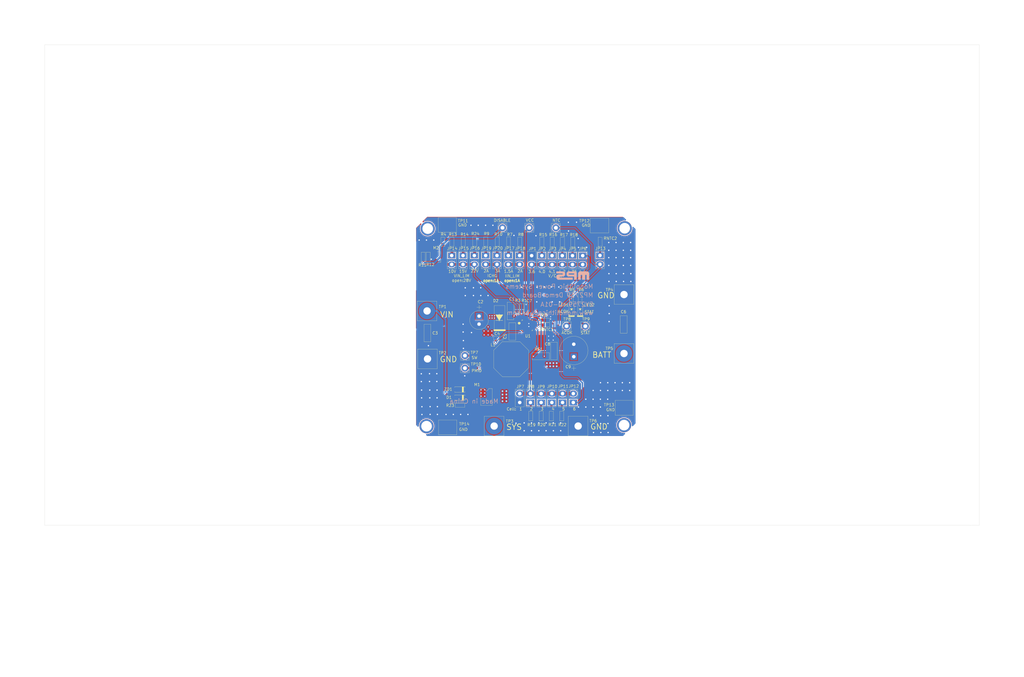
<source format=kicad_pcb>
(kicad_pcb (version 20221018) (generator pcbnew)
  (layers (0 "F.Cu" signal "Top Layer") (1 "In1.Cu" signal "Mid-Layer 1") (2 "In2.Cu" signal "Mid-Layer 2") (31 "B.Cu" signal "Bottom Layer") (34 "B.Paste" user "Bottom Paste") (35 "F.Paste" user "Top Paste") (36 "B.SilkS" user "Bottom Overlay") (37 "F.SilkS" user "Top Overlay") (38 "B.Mask" user "Bottom Solder") (39 "F.Mask" user "Top Solder") (44 "Edge.Cuts" user))
  (net 0 "")
  (net 1 "NetJP16_1")
  (net 2 "NetJP20_1")
  (net 3 "NetJP19_1")
  (net 4 "VCC")
  (net 5 "VB")
  (net 6 "VLIM")
  (net 7 "NetJP14_1")
  (net 8 "NetJP5_1")
  (net 9 "NetJP4_1")
  (net 10 "NetJP2_1")
  (net 11 "NetLED2_2")
  (net 12 "ILIM")
  (net 13 "CELL")
  (net 14 "ISET")
  (net 15 "NTC")
  (net 16 "GND")
  (net 17 "VIN")
  (net 18 "ACOK")
  (net 19 "DISABLE")
  (net 20 "SW")
  (net 21 "NetC4_2")
  (net 22 "PMID")
  (net 23 "BATT")
  (net 24 "NetD1_2")
  (net 25 "NetJP3_1")
  (net 26 "NetJP8_1")
  (net 27 "NetJP9_1")
  (net 28 "NetJP10_1")
  (net 29 "NetJP11_1")
  (net 30 "NetJP13_1")
  (net 31 "NetJP17_1")
  (net 32 "NetJP18_1")
  (net 33 "NetL1_2")
  (net 34 "NetLED1_2")
  (net 35 "NetM2_1")
  (net 36 "STAT")
  (net 37 "NetJP15_1")
  (footprint "MPSLab.DbLib:RES/0603" (layer "F.Cu") (at 159.7565 141.6434 -90)
    (fp_text reference "R21")
    (fp_text value "RES/0603" hide)
  )
  (footprint "MPSLab.DbLib:CONN/TP" (layer "F.Cu") (at 135.0697 125.1462)
    (fp_text reference "TP7")
    (fp_text value "SW")
  )
  (footprint "MPSLab.DbLib:CONN/TP" (layer "F.Cu") (at 169.4197 116.7462)
    (fp_text reference "TP9")
    (fp_text value "STAT" hide)
  )
  (footprint "MPSLab.DbLib:RES/0603" (layer "F.Cu") (at 162.9015 93.513 90)
    (fp_text reference "R17")
    (fp_text value "RES/0603" hide)
  )
  (footprint "MPSLab.DbLib:RES/0603" (layer "F.Cu") (at 134.57133 91.87176 -90)
    (fp_text reference "R14")
    (fp_text value "RES/0603" hide)
  )
  (footprint "MPSLab.DbLib:RES/0603" (layer "F.Cu") (at 162.7065 141.6434 -90)
    (fp_text reference "R22")
    (fp_text value "RES/0603" hide)
  )
  (footprint "MPSLab.DbLib:RES/0603" (layer "F.Cu") (at 149.9251 112.4626 90)
    (fp_text reference "R3")
    (fp_text value "RES/0603" hide)
  )
  (footprint "MPSLab.DbLib:RES/0603" (layer "F.Cu") (at 147.50826 93.37036 90)
    (fp_text reference "R7")
    (fp_text value "RES/0603" hide)
  )
  (footprint "MPSLab.DbLib:RES/1206" (layer "F.Cu") (at 155.18244 125.3236)
    (fp_text reference "RS1")
    (fp_text value "RES/1206" hide)
  )
  (footprint "MPSLab.DbLib:RES/0603" (layer "F.Cu") (at 153.8565 141.6434 -90)
    (fp_text reference "R19")
    (fp_text value "RES/0603" hide)
  )
  (footprint "MPSLab.DbLib:RES/0603" (layer "F.Cu") (at 124.5697 97.7262 90)
    (fp_text reference "R12")
    (fp_text value "RES/0603" hide)
  )
  (footprint "MPSLab.DbLib:RES/0603" (layer "F.Cu") (at 144.27403 93.37036 90)
    (fp_text reference "R10")
    (fp_text value "RES/0603" hide)
  )
  (footprint "MPSLab.DbLib:CONN/DIP/2PIN/2.54MM/A" (layer "F.Cu") (at 162.93218 138.5246 90)
    (fp_text reference "JP11")
    (fp_text value "JUMPER/2P/DIP/2.54MM/C" hide)
  )
  (footprint "MPSLab.DbLib:RES/0603" (layer "F.Cu") (at 173.6375 93.42 90)
    (fp_text reference "RNTC2")
    (fp_text value "RES/0603" hide)
  )
  (footprint "MPSLab.DbLib:RES/0603" (layer "F.Cu") (at 159.9715 93.513 90)
    (fp_text reference "R16")
    (fp_text value "RES/0603" hide)
  )
  (footprint "MPSLab.DbLib:RES/0603" (layer "F.Cu") (at 157.0415 93.4876 90)
    (fp_text reference "R15")
    (fp_text value "RES/0603" hide)
  )
  (footprint "MPSLab.DbLib:CAP/1206" (layer "F.Cu") (at 124.3597 120.2262 90)
    (fp_text reference "C3")
    (fp_text value "CAP/1206" hide)
  )
  (footprint "MPSLab.DbLib:CONN/2MM" (layer "F.Cu") (at 180.4645 107.7162)
    (fp_text reference "TP4")
    (fp_text value "GND")
  )
  (footprint "MPSLab.DbLib:CAP/ELECT/DIP/OD8.0P3.5" (layer "F.Cu") (at 166.1287 125.4506 90)
    (fp_text reference "C9")
    (fp_text value "CAP/ELECT/DIP/OD8.0P3.5" hide)
  )
  (footprint "MPSLab.DbLib:CONN/2MM" (layer "F.Cu") (at 167.3797 145.246)
    (fp_text reference "TP6")
    (fp_text value "GND")
  )
  (footprint "MPSLab.DbLib:CONN/DIP/2PIN/2.54MM/A" (layer "F.Cu") (at 140.9819 96.5798 -90)
    (fp_text reference "JP19")
    (fp_text value "JUMPER/2P/DIP/2.54MM/C" hide)
  )
  (footprint "MPSLab.DbLib:CONN/TP" (layer "F.Cu") (at 164.0797 116.7162)
    (fp_text reference "TP8")
    (fp_text value "ACOK")
  )
  (footprint "MPSLab.DbLib:CONN/DIP/2PIN/2.54MM/A" (layer "F.Cu") (at 165.9879 138.5246 90)
    (fp_text reference "JP12")
    (fp_text value "JUMPER/2P/DIP/2.54MM/C" hide)
  )
  (footprint "MPSLab.DbLib:RES/0603" (layer "F.Cu") (at 165.8315 93.513 90)
    (fp_text reference "R18")
    (fp_text value "RES/0603" hide)
  )
  (footprint "PcbLib1.PcbLib:TP_GND" (layer "F.Cu") (at 130.2097 145.5762)
    (fp_text reference "TP14")
    (fp_text value "GND")
  )
  (footprint "MPSLab.DbLib:MOS/SOT23" (layer "F.Cu") (at 127.6297 97.0362 -90)
    (fp_text reference "M2")
    (fp_text value "2N7002" hide)
  )
  (footprint "" (layer "F.Cu") (at 124.1171 145.288)
    (fp_text reference "")
    (fp_text value "")
  )
  (footprint "MPSLab.DbLib:RES/0603" (layer "F.Cu") (at 123.2035 96.1962 -90)
    (fp_text reference "R11")
    (fp_text value "RES/0603" hide)
  )
  (footprint "MPSLab.DbLib:LED/SMD/0805" (layer "F.Cu") (at 165.4883 112.9662 90)
    (fp_text reference "LED1")
    (fp_text value "ACOK" hide)
  )
  (footprint "MPSLab.DbLib:CAP/ELECT/DIP/OD5.3P2.0" (layer "F.Cu") (at 139.1031 113.8682 -90)
    (fp_text reference "C2")
    (fp_text value "CAP/ELECT/DIP/OD5.3P2.0" hide)
  )
  (footprint "MPSLab.DbLib:CONN/2MM" (layer "F.Cu") (at 124.3897 126.0762)
    (fp_text reference "TP2")
    (fp_text value "GND")
  )
  (footprint "" (layer "F.Cu") (at 180.4797 144.9832)
    (fp_text reference "")
    (fp_text value "")
  )
  (footprint "MPSLab.DbLib:RES/0603" (layer "F.Cu") (at 131.3625 91.887 -90)
    (fp_text reference "R13")
    (fp_text value "RES/0603" hide)
  )
  (footprint "" (layer "F.Cu") (at 180.6575 88.7984)
    (fp_text reference "")
    (fp_text value "")
  )
  (footprint "MPSLab.DbLib:CAP/1206" (layer "F.Cu") (at 148.5997 116.7162 -90)
    (fp_text reference "C5")
    (fp_text value "CAP/1206" hide)
  )
  (footprint "MPSLab.DbLib:CAP/0603" (layer "F.Cu") (at 145.3897 120.1362 180)
    (fp_text reference "C4")
    (fp_text value "CAP/0603" hide)
  )
  (footprint "MPSLab.DbLib:CAP/1206" (layer "F.Cu") (at 160.4645 122.2756 -90)
    (fp_text reference "C8")
    (fp_text value "CAP/1206" hide)
  )
  (footprint "MPSLab.DbLib:CONN/DIP/2PIN/2.54MM/A" (layer "F.Cu") (at 165.7673 96.6134 -90)
    (fp_text reference "JP5")
    (fp_text value "JUMPER/2P/DIP/2.54MM/C" hide)
  )
  (footprint "MPSLab.DbLib:RES/0603" (layer "F.Cu") (at 158.7105 116.363 180)
    (fp_text reference "RNTC1")
    (fp_text value "RES/0603" hide)
  )
  (footprint "PcbLib1.PcbLib:TP_GND" (layer "F.Cu") (at 173.5597 87.9946)
    (fp_text reference "TP12")
    (fp_text value "GND")
  )
  (footprint "MPSLab.DbLib:RES/0603" (layer "F.Cu") (at 137.83096 91.8362 -90)
    (fp_text reference "R24")
    (fp_text value "RES/0603" hide)
  )
  (footprint "MPSLab.DbLib:CONN/DIP/2PIN/2.54MM/A" (layer "F.Cu") (at 147.44189 96.5798 -90)
    (fp_text reference "JP17")
    (fp_text value "JUMPER/2P/DIP/2.54MM/C" hide)
  )
  (footprint "MPSLab.DbLib:RES/0603" (layer "F.Cu") (at 150.7425 93.42116 90)
    (fp_text reference "R8")
    (fp_text value "RES/0603" hide)
  )
  (footprint "MPSLab.DbLib:CAP/1206" (layer "F.Cu") (at 148.0693 110.871 -90)
    (fp_text reference "C1")
    (fp_text value "CAP/1206" hide)
  )
  (footprint "MPSLab.DbLib:CONN/TP" (layer "F.Cu") (at 145.7897 88.6662 90)
    (fp_text reference "DISABLE")
    (fp_text value "NTC" hide)
  )
  (footprint "PcbLib1.PcbLib:TP_GND" (layer "F.Cu") (at 130.1197 87.7846)
    (fp_text reference "TP11")
    (fp_text value "GND")
  )
  (footprint "MPSLab.DbLib:CONN/DIP/2PIN/2.54MM/A" (layer "F.Cu") (at 162.8513 96.6134 -90)
    (fp_text reference "JP4")
    (fp_text value "JUMPER/2P/DIP/2.54MM/C" hide)
  )
  (footprint "MPSLab.DbLib:RES/0603" (layer "F.Cu") (at 167.9211 109.2694 90)
    (fp_text reference "R6")
    (fp_text value "RES/0603" hide)
  )
  (footprint "PcbLib1.PcbLib:2759-744066100" (layer "F.Cu") (at 148.2419 126.1432)
    (fp_text reference "L1")
    (fp_text value "INDUCTOR" hide)
  )
  (footprint "MPSLab.DbLib:RES/0603" (layer "F.Cu") (at 165.4283 107.7454 -90)
    (fp_text reference "R5")
    (fp_text value "RES/0603" hide)
  )
  (footprint "MPSLab.DbLib:RES/0603" (layer "F.Cu") (at 141.0398 93.37036 90)
    (fp_text reference "R9")
    (fp_text value "RES/0603" hide)
  )
  (footprint "MPSLab.DbLib:CONN/DIP/2PIN/2.54MM/A" (layer "F.Cu") (at 159.9353 96.6134 -90)
    (fp_text reference "JP3")
    (fp_text value "JUMPER/2P/DIP/2.54MM/C" hide)
  )
  (footprint "MPSLab.DbLib:CONN/DIP/2PIN/2.54MM/A" (layer "F.Cu") (at 153.76502 138.5246 90)
    (fp_text reference "JP8")
    (fp_text value "JUMPER/2P/DIP/2.54MM/C" hide)
  )
  (footprint "MPSLab.DbLib:LED/SMD/0805" (layer "F.Cu") (at 167.9497 112.9662 90)
    (fp_text reference "LED2")
    (fp_text value "STAT" hide)
  )
  (footprint "MPSLab.DbLib:CONN/DIP/2PIN/2.54MM/A" (layer "F.Cu") (at 150.67189 96.5798 -90)
    (fp_text reference "JP18")
    (fp_text value "JUMPER/2P/DIP/2.54MM/C" hide)
  )
  (footprint "\\\\10.10.80.106\\mpsdblib\\PcbLibraries/Diode/Diodes.PCBLIB:DIODES/SMA" (layer "F.Cu") (at 144.9705 116.4336 90)
    (fp_text reference "D2")
    (fp_text value "B330B" hide)
  )
  (footprint "MPSLab.DbLib:CONN/DIP/2PIN/2.54MM/A" (layer "F.Cu") (at 156.82074 138.5246 90)
    (fp_text reference "JP9")
    (fp_text value "JUMPER/2P/DIP/2.54MM/C" hide)
  )
  (footprint "MPSLab.DbLib:DIODES/SOD-123" (layer "F.Cu") (at 135.4473 137.1542 180)
    (fp_text reference "D1")
    (fp_text value "1N4148W" hide)
  )
  (footprint "MPSLab.DbLib:CONN/DIP/2PIN/2.54MM/A" (layer "F.Cu") (at 168.6833 96.6134 -90)
    (fp_text reference "JP6")
    (fp_text value "JUMPER/2P/DIP/2.54MM/C" hide)
  )
  (footprint "PcbLib1.PcbLib:TP_GND" (layer "F.Cu") (at 180.4597 140.0862 180)
    (fp_text reference "TP13")
    (fp_text value "GND")
  )
  (footprint "MPSLab.DbLib:CONN/DIP/2PIN/2.54MM/A" (layer "F.Cu") (at 137.7519 96.5798 -90)
    (fp_text reference "JP16")
    (fp_text value "22V" hide)
  )
  (footprint "" (layer "F.Cu") (at 124.4473 88.9)
    (fp_text reference "")
    (fp_text value "")
  )
  (footprint "MPSLab.DbLib:CONN/DIP/2PIN/2.54MM/A" (layer "F.Cu") (at 144.21189 96.5798 -90)
    (fp_text reference "JP20")
    (fp_text value "JUMPER/2P/DIP/2.54MM/C" hide)
  )
  (footprint "MPSLab.DbLib:RES/0603" (layer "F.Cu") (at 132.8973 139.3142)
    (fp_text reference "R23")
    (fp_text value "RES/0603" hide)
  )
  (footprint "MPSLab.DbLib:RES/0603" (layer "F.Cu") (at 151.2405 112.4626 90)
    (fp_text reference "R1")
    (fp_text value "RES/0603" hide)
  )
  (footprint "MPSLab.DbLib:CAP/1206" (layer "F.Cu") (at 180.3697 114.7062 -90)
    (fp_text reference "C6")
    (fp_text value "CAP/1206" hide)
  )
  (footprint "MPSLab.DbLib:CONN/2MM" (layer "F.Cu") (at 124.2697 112.3962)
    (fp_text reference "TP1")
    (fp_text value "VIN")
  )
  (footprint "MPSLab.DbLib:CONN/TP" (layer "F.Cu") (at 161.0297 88.6662 180)
    (fp_text reference "NTC")
    (fp_text value "NTC" hide)
  )
  (footprint "MPSLab.DbLib:CONN/DIP/2PIN/2.54MM/A" (layer "F.Cu") (at 134.5219 96.5798 -90)
    (fp_text reference "JP15")
    (fp_text value "15V" hide)
  )
  (footprint "MPSLab.DbLib:RES/0603" (layer "F.Cu") (at 157.1581 115.035)
    (fp_text reference "R2")
    (fp_text value "RES/0603" hide)
  )
  (footprint "MPSLab.DbLib:CONN/DIP/2PIN/2.54MM/A" (layer "F.Cu") (at 154.1033 96.6134 -90)
    (fp_text reference "JP1")
    (fp_text value "JUMPER/2P/DIP/2.54MM/C" hide)
  )
  (footprint "MPSLab.DbLib:DIODES/SOD-123" (layer "F.Cu") (at 135.4473 134.8142 180)
    (fp_text reference "ZD1")
    (fp_text value "DIODES/ZENER/SOD-123" hide)
  )
  (footprint "MPSLab.DbLib:CONN/DIP/2PIN/2.54MM/A" (layer "F.Cu") (at 159.87646 138.5246 90)
    (fp_text reference "JP10")
    (fp_text value "JUMPER/2P/DIP/2.54MM/C" hide)
  )
  (footprint "MPSLab.DbLib:CONN/DIP/2PIN/2.54MM/A" (layer "F.Cu") (at 131.2919 96.5798 -90)
    (fp_text reference "JP14")
    (fp_text value "10V" hide)
  )
  (footprint "MPSLab.DbLib:CONN/2MM" (layer "F.Cu") (at 180.4645 124.5462)
    (fp_text reference "TP5")
    (fp_text value "BATT")
  )
  (footprint "MPSLab.DbLib:CONN/DIP/2PIN/2.54MM/A" (layer "F.Cu") (at 150.7093 138.5246 90)
    (fp_text reference "JP7")
    (fp_text value "JUMPER/2P/DIP/2.54MM/C" hide)
  )
  (footprint "MPSLab.DbLib:MOS/SO8" (layer "F.Cu") (at 138.2797 135.0462)
    (fp_text reference "M1")
    (fp_text value "AM4417P" hide)
  )
  (footprint "MPSLab.DbLib:CONN/2MM" (layer "F.Cu") (at 143.4097 145.246)
    (fp_text reference "TP3")
    (fp_text value "SYS")
  )
  (footprint "MPSLab.DbLib:CAP/0603" (layer "F.Cu") (at 152.5305 112.4926 90)
    (fp_text reference "C7")
    (fp_text value "CAP/0603" hide)
  )
  (footprint "MPSLab.DbLib:CONN/DIP/2PIN/2.54MM/A" (layer "F.Cu") (at 157.0193 96.6134 -90)
    (fp_text reference "JP2")
    (fp_text value "JUMPER/2P/DIP/2.54MM/C" hide)
  )
  (footprint "MPSLab.DbLib:RES/0603" (layer "F.Cu") (at 128.76612 93.44578 90)
    (fp_text reference "R4")
    (fp_text value "RES/0603" hide)
  )
  (footprint "MPSLab.DbLib:RES/0603" (layer "F.Cu") (at 156.8065 141.6434 -90)
    (fp_text reference "R20")
    (fp_text value "RES/0603" hide)
  )
  (footprint "MPSLab.DbLib:CONN/TP" (layer "F.Cu") (at 153.4097 88.6662)
    (fp_text reference "VCC")
    (fp_text value "NTC" hide)
  )
  (footprint "MPSLab.DbLib:CONN/DIP/2PIN/2.54MM/A" (layer "F.Cu") (at 173.6075 96.5562 -90)
    (fp_text reference "JP13")
    (fp_text value "JUMPER/2P/DIP/2.54MM/C" hide)
  )
  (footprint "PcbLib1.PcbLib:PCBComponent_1" (layer "F.Cu") (at 152.8321 116.4444)
    (fp_text reference "U1")
    (fp_text value "MP2759GQ" hide)
  )
  (footprint "MPSLab.DbLib:CONN/TP" (layer "F.Cu") (at 135.0697 128.7162)
    (fp_text reference "TP10")
    (fp_text value "PMID")
  )
  (gr_line (start 162.98673 102.0392) (end 162.98673 101.6582) (stroke (width 0.1016)) (layer "B.SilkS"))
  (gr_line (start 161.20873 102.8012) (end 161.20873 102.4202) (stroke (width 0.1016)) (layer "B.SilkS"))
  (gr_line (start 161.97073 102.5472) (end 163.24073 102.5472) (stroke (width 0.1016)) (layer "B.SilkS"))
  (gr_line (start 163.24073 102.5472) (end 163.62173 102.1662) (stroke (width 0.1016)) (layer "B.SilkS"))
  (gr_line (start 163.62173 102.1662) (end 163.62173 102.0392) (stroke (width 0.1016)) (layer "B.SilkS"))
  (gr_line (start 170.47973 103.4362) (end 170.47973 101.5312) (stroke (width 0.1016)) (layer "B.SilkS"))
  (gr_line (start 164.63773 102.0392) (end 164.63773 101.6582) (stroke (width 0.1016)) (layer "B.SilkS"))
  (gr_line (start 170.09873 101.1502) (end 170.47973 101.5312) (stroke (width 0.1016)) (layer "B.SilkS"))
  (gr_line (start 161.20873 102.4202) (end 161.58973 102.0392) (stroke (width 0.1016)) (layer "B.SilkS"))
  (gr_line (start 161.58973 102.0392) (end 162.98673 102.0392) (stroke (width 0.1016)) (layer "B.SilkS"))
  (gr_line (start 161.31033 101.1502) (end 163.24073 101.1502) (stroke (width 0.1016)) (layer "B.SilkS"))
  (gr_line (start 166.54273 101.1502) (end 166.92373 101.5312) (stroke (width 0.1016)) (layer "B.SilkS"))
  (gr_line (start 166.28873 103.4362) (end 166.92373 103.4362) (stroke (width 0.1016)) (layer "B.SilkS"))
  (gr_line (start 161.97073 102.9282) (end 165.78073 102.9282) (stroke (width 0.1016)) (layer "B.SilkS"))
  (gr_line (start 161.58973 103.4362) (end 165.78073 103.4362) (stroke (width 0.1016)) (layer "B.SilkS"))
  (gr_line (start 161.20873 103.0552) (end 161.58973 103.4362) (stroke (width 0.1016)) (layer "B.SilkS"))
  (gr_line (start 166.28873 103.4362) (end 166.28873 102.5472) (stroke (width 0.1016)) (layer "B.SilkS"))
  (gr_line (start 164.12973 101.5312) (end 164.51073 101.1502) (stroke (width 0.1016)) (layer "B.SilkS"))
  (gr_poly (pts (xy 168.06673 103.4362) (xy 168.06673 102.0392) (xy 168.57473 102.0392) (xy 168.57473 103.4362) (xy 169.33673 103.4362) (xy 169.33673 102.0392) (xy 169.84473 102.0392) (xy 169.84473 103.4362) (xy 170.47973 103.4362) (xy 170.47973 101.5312) (xy 170.09873 101.1502) (xy 167.81273 101.1502) (xy 167.43173 101.5312) (xy 167.43173 103.4362)) (fill solid) (layer "B.SilkS"))
  (gr_line (start 167.43173 103.4362) (end 167.43173 101.5312) (stroke (width 0.1016)) (layer "B.SilkS"))
  (gr_line (start 164.51073 101.1502) (end 166.54273 101.1502) (stroke (width 0.1016)) (layer "B.SilkS"))
  (gr_line (start 166.28873 102.0392) (end 166.28873 101.6582) (stroke (width 0.1016)) (layer "B.SilkS"))
  (gr_line (start 169.33673 103.4362) (end 169.33673 102.0392) (stroke (width 0.1016)) (layer "B.SilkS"))
  (gr_line (start 164.51073 102.5472) (end 166.28873 102.5472) (stroke (width 0.1016)) (layer "B.SilkS"))
  (gr_line (start 163.24073 101.1502) (end 163.62173 101.5312) (stroke (width 0.1016)) (layer "B.SilkS"))
  (gr_line (start 161.31033 101.6582) (end 162.98673 101.6582) (stroke (width 0.1016)) (layer "B.SilkS"))
  (gr_line (start 168.06673 103.4362) (end 168.06673 102.0392) (stroke (width 0.1016)) (layer "B.SilkS"))
  (gr_line (start 161.18333 101.5312) (end 161.31033 101.6582) (stroke (width 0.1016)) (layer "B.SilkS"))
  (gr_line (start 164.12973 102.1662) (end 164.12973 101.5312) (stroke (width 0.1016)) (layer "B.SilkS"))
  (gr_line (start 166.92373 103.4362) (end 166.92373 101.5312) (stroke (width 0.1016)) (layer "B.SilkS"))
  (gr_line (start 168.57473 103.4362) (end 168.57473 102.0392) (stroke (width 0.1016)) (layer "B.SilkS"))
  (gr_poly (pts (xy 166.92373 103.4362) (xy 166.92373 102.0392) (xy 164.12973 102.0392) (xy 164.12973 102.1662) (xy 164.51073 102.5472) (xy 166.28873 102.5472) (xy 166.28873 103.4362)) (fill solid) (layer "B.SilkS"))
  (gr_line (start 163.62173 102.0392) (end 163.62173 101.5312) (stroke (width 0.1016)) (layer "B.SilkS"))
  (gr_line (start 167.43173 101.5312) (end 167.81273 101.1502) (stroke (width 0.1016)) (layer "B.SilkS"))
  (gr_line (start 164.63773 101.6582) (end 166.28873 101.6582) (stroke (width 0.1016)) (layer "B.SilkS"))
  (gr_poly (pts (xy 165.78073 102.9282) (xy 161.97073 102.9282) (xy 161.97073 102.5472) (xy 163.24073 102.5472) (xy 163.62173 102.1662) (xy 163.62173 101.5312) (xy 163.24073 101.1502) (xy 161.33573 101.1502) (xy 161.18333 101.2772) (xy 161.18333 101.5312) (xy 161.31033 101.6582) (xy 162.98673 101.6582) (xy 162.98673 102.0392) (xy 161.58973 102.0392) (xy 161.20873 102.4202) (xy 161.20873 103.0552) (xy 161.58973 103.4362) (xy 165.78073 103.4362)) (fill solid) (layer "B.SilkS"))
  (gr_line (start 161.18333 101.2772) (end 161.31033 101.1502) (stroke (width 0.1016)) (layer "B.SilkS"))
  (gr_line (start 167.43173 103.4362) (end 168.06673 103.4362) (stroke (width 0.1016)) (layer "B.SilkS"))
  (gr_line (start 169.84473 103.4362) (end 170.47973 103.4362) (stroke (width 0.1016)) (layer "B.SilkS"))
  (gr_line (start 164.63773 102.0392) (end 166.28873 102.0392) (stroke (width 0.1016)) (layer "B.SilkS"))
  (gr_line (start 168.06673 102.0392) (end 168.57473 102.0392) (stroke (width 0.1016)) (layer "B.SilkS"))
  (gr_line (start 164.12973 102.1662) (end 164.51073 102.5472) (stroke (width 0.1016)) (layer "B.SilkS"))
  (gr_line (start 169.84473 103.4362) (end 169.84473 102.0392) (stroke (width 0.1016)) (layer "B.SilkS"))
  (gr_line (start 168.57473 103.4362) (end 169.33673 103.4362) (stroke (width 0.1016)) (layer "B.SilkS"))
  (gr_line (start 167.81273 101.1502) (end 170.09873 101.1502) (stroke (width 0.1016)) (layer "B.SilkS"))
  (gr_poly (pts (xy 166.92373 102.1408) (xy 166.92373 101.5312) (xy 166.56813 101.1502) (xy 164.51073 101.1502) (xy 164.12973 101.5312) (xy 164.12973 102.1408) (xy 164.66313 102.1408) (xy 164.66313 101.6582) (xy 166.31413 101.6582) (xy 166.31413 102.1408)) (fill solid) (layer "B.SilkS"))
  (gr_line (start 161.18333 101.5312) (end 161.18333 101.2772) (stroke (width 0.1016)) (layer "B.SilkS"))
  (gr_line (start 165.78073 103.4362) (end 165.78073 102.9282) (stroke (width 0.1016)) (layer "B.SilkS"))
  (gr_line (start 161.97073 102.9282) (end 161.97073 102.5472) (stroke (width 0.1016)) (layer "B.SilkS"))
  (gr_line (start 169.33673 102.0392) (end 169.84473 102.0392) (stroke (width 0.1016)) (layer "B.SilkS"))
  (gr_line (start 161.20873 103.0552) (end 161.20873 102.8012) (stroke (width 0.1016)) (layer "B.SilkS"))
  (gr_circle (center 150.48669 115.8852) (end 150.48669 115.68279) (stroke (width 0.254)) (fill none) (layer "F.SilkS"))
  (gr_line (start 281.8511 41.5036) (end 281.8511 173.5836) (stroke (width 0.05)) (layer "Edge.Cuts"))
  (gr_line (start 15.1511 173.5836) (end 15.1511 36.4236) (stroke (width 0.05)) (layer "Edge.Cuts"))
  (gr_line (start 15.1511 36.4236) (end 281.8511 36.4236) (stroke (width 0.05)) (layer "Edge.Cuts"))
  (gr_line (start 279.3111 173.5836) (end 15.1511 173.5836) (stroke (width 0.05)) (layer "Edge.Cuts"))
  (gr_line (start 281.8511 36.4236) (end 281.8511 41.5036) (stroke (width 0.05)) (layer "Edge.Cuts"))
  (gr_line (start 281.8511 173.5836) (end 279.3111 173.5836) (stroke (width 0.05)) (layer "Edge.Cuts"))
  (gr_text "MP2759 Demo Board" (at 171.7421 108.6104 360) (layer "B.SilkS") (effects (font (size 1.27 1.27) (thickness 0.127)) (justify left bottom mirror)))
  (gr_text "Monolithic Power Systems" (at 171.7421 106.1466 360) (layer "B.SilkS") (effects (font (size 1.27 1.27) (thickness 0.127)) (justify left bottom mirror)))
  (gr_text "EV2759-Q-01A" (at 171.7675 111.2774 360) (layer "B.SilkS") (effects (font (size 1.27 1.27) (thickness 0.127)) (justify left bottom mirror)))
  (gr_text "www.monolithicpower.com" (at 171.7421 113.665 360) (layer "B.SilkS") (effects (font (size 1.27 1.27) (thickness 0.127)) (justify left bottom mirror)))
  (gr_text "Made in China" (at 144.68644 138.92137) (layer "B.SilkS") (effects (font (size 1.27 1.27) (thickness 0.127)) (justify left bottom mirror)))
  (gr_text "3.6" (at 153.1239 101.6508 360) (layer "F.SilkS") (effects (font (size 0.8 0.8) (thickness 0.1)) (justify left bottom)))
  (gr_text "VIN_LIM" (at 131.8387 102.8446 360) (layer "F.SilkS") (effects (font (size 0.8 0.8) (thickness 0.1)) (justify left bottom)))
  (gr_text "4" (at 159.7787 140.8176 360) (layer "F.SilkS") (effects (font (size 0.8 0.8) (thickness 0.1)) (justify left bottom)))
  (gr_text "22V" (at 136.6647 101.473) (layer "F.SilkS") (effects (font (size 0.8 0.8) (thickness 0.1)) (justify left bottom)))
  (gr_text "3" (at 156.6545 140.8176 360) (layer "F.SilkS") (effects (font (size 0.8 0.8) (thickness 0.1)) (justify left bottom)))
  (gr_text "2" (at 153.5811 140.8176 360) (layer "F.SilkS") (effects (font (size 0.8 0.8) (thickness 0.1)) (justify left bottom)))
  (gr_text "6" (at 165.8493 140.843 360) (layer "F.SilkS") (effects (font (size 0.8 0.8) (thickness 0.1)) (justify left bottom)))
  (gr_text "4.35" (at 164.2999 101.6762 360) (layer "F.SilkS") (effects (font (size 0.8 0.8) (thickness 0.1)) (justify left bottom)))
  (gr_text "1.5A" (at 146.1643 101.5492 360) (layer "F.SilkS") (effects (font (size 0.8 0.8) (thickness 0.1)) (justify left bottom)))
  (gr_text "open:1A" (at 140.1445 104.1908) (layer "F.SilkS") (effects (font (size 0.762 0.762) (thickness 0.254)) (justify left bottom)))
  (gr_text "V/Cell" (at 158.7881 102.8446 360) (layer "F.SilkS") (effects (font (size 0.8 0.8) (thickness 0.1)) (justify left bottom)))
  (gr_text "IIN_LIM" (at 146.4437 102.8954 360) (layer "F.SilkS") (effects (font (size 0.8 0.8) (thickness 0.1)) (justify left bottom)))
  (gr_text "open:1A" (at 146.1643 104.1908) (layer "F.SilkS") (effects (font (size 0.762 0.762) (thickness 0.254)) (justify left bottom)))
  (gr_text "4.4" (at 167.6019 101.6508 360) (layer "F.SilkS") (effects (font (size 0.8 0.8) (thickness 0.1)) (justify left bottom)))
  (gr_text "5" (at 162.7759 140.843 360) (layer "F.SilkS") (effects (font (size 0.8 0.8) (thickness 0.1)) (justify left bottom)))
  (gr_text "3A" (at 143.5989 101.473 360) (layer "F.SilkS") (effects (font (size 0.8 0.8) (thickness 0.1)) (justify left bottom)))
  (gr_text "STAT" (at 168.0083 119.1514 360) (layer "F.SilkS") (effects (font (size 0.8 0.8) (thickness 0.1)) (justify left bottom)))
  (gr_text "4.0" (at 156.0195 101.6508 360) (layer "F.SilkS") (effects (font (size 0.8 0.8) (thickness 0.1)) (justify left bottom)))
  (gr_text "open:28V" (at 131.3053 104.1654 360) (layer "F.SilkS") (effects (font (size 0.8 0.8) (thickness 0.1)) (justify left bottom)))
  (gr_text "15V" (at 133.3627 101.5492) (layer "F.SilkS") (effects (font (size 0.8 0.8) (thickness 0.1)) (justify left bottom)))
  (gr_text "Cell:" (at 146.90623 140.8684 360) (layer "F.SilkS") (effects (font (size 0.8 0.8) (thickness 0.1)) (justify left bottom)))
  (gr_text "4.2" (at 161.8107 101.6508 360) (layer "F.SilkS") (effects (font (size 0.8 0.8) (thickness 0.1)) (justify left bottom)))
  (gr_text "2A" (at 150.0251 101.4984 360) (layer "F.SilkS") (effects (font (size 0.8 0.8) (thickness 0.1)) (justify left bottom)))
  (gr_text "2A" (at 140.3477 101.473 360) (layer "F.SilkS") (effects (font (size 0.8 0.8) (thickness 0.1)) (justify left bottom)))
  (gr_text "ACOK" (at 161.5567 113.03 360) (layer "F.SilkS") (effects (font (size 0.8 0.8) (thickness 0.1)) (justify left bottom)))
  (gr_text "ICHG" (at 141.3891 102.8192 360) (layer "F.SilkS") (effects (font (size 0.8 0.8) (thickness 0.1)) (justify left bottom)))
  (gr_text "10V" (at 130.2639 101.5746) (layer "F.SilkS") (effects (font (size 0.8 0.8) (thickness 0.1)) (justify left bottom)))
  (gr_text "4.1" (at 158.9151 101.6508 360) (layer "F.SilkS") (effects (font (size 0.8 0.8) (thickness 0.1)) (justify left bottom)))
  (gr_text "STAT" (at 169.1259 113.157 360) (layer "F.SilkS") (effects (font (size 0.8 0.8) (thickness 0.1)) (justify left bottom)))
  (gr_text "1" (at 150.5585 140.8684 360) (layer "F.SilkS") (effects (font (size 0.8 0.8) (thickness 0.1)) (justify left bottom)))
  (segment (start 137.83096 96.50073) (end 137.83096 93.4618) (width 0.8) (layer "F.Cu") (net 1))
  (segment (start 137.7519 96.5798) (end 137.83096 96.50073) (width 0.8) (layer "F.Cu") (net 1))
  (segment (start 144.21189 96.5798) (end 144.27403 96.51766) (width 0.8) (layer "F.Cu") (net 2))
  (segment (start 144.27403 96.51766) (end 144.27403 93.44656) (width 0.8) (layer "F.Cu") (net 2))
  (segment (start 141.0398 96.5219) (end 141.0398 93.44656) (width 0.8) (layer "F.Cu") (net 3))
  (segment (start 140.9819 96.5798) (end 141.0398 96.5219) (width 0.8) (layer "F.Cu") (net 3))
  (segment (start 164.1983 106.426) (end 167.2095 106.426) (width 0.4) (layer "F.Cu") (net 4))
  (segment (start 152.5305 113.2932) (end 152.5305 112.4926) (width 0.4) (layer "F.Cu") (net 4))
  (segment (start 159.2667 112.4926) (end 160.4391 113.665) (width 0.4) (layer "F.Cu") (net 4))
  (segment (start 157.3911 106.426) (end 164.1983 106.426) (width 0.4) (layer "F.Cu") (net 4))
  (segment (start 152.5321 115.0444) (end 152.5321 113.5812) (width 0.2) (layer "F.Cu") (net 4))
  (segment (start 155.4139 112.4926) (end 159.2667 112.4926) (width 0.4) (layer "F.Cu") (net 4))
  (segment (start 167.9211 107.7454) (end 167.9211 107.1376) (width 0.4) (layer "F.Cu") (net 4))
  (segment (start 159.8239 116.2614) (end 160.4391 115.6462) (width 0.4) (layer "F.Cu") (net 4))
  (segment (start 160.4391 115.6462) (end 160.4391 113.665) (width 0.4) (layer "F.Cu") (net 4))
  (segment (start 156.6037 107.2134) (end 157.3911 106.426) (width 0.4) (layer "F.Cu") (net 4))
  (segment (start 152.5143 113.5634) (end 152.5321 113.5812) (width 0.2) (layer "F.Cu") (net 4))
  (segment (start 158.7105 116.2614) (end 159.8239 116.2614) (width 0.4) (layer "F.Cu") (net 4))
  (segment (start 155.4139 112.4926) (end 156.6037 111.3028) (width 0.4) (layer "F.Cu") (net 4))
  (segment (start 152.5143 113.3094) (end 152.5305 113.2932) (width 0.4) (layer "F.Cu") (net 4))
  (segment (start 156.6037 111.3028) (end 156.6037 107.2134) (width 0.4) (layer "F.Cu") (net 4))
  (segment (start 167.2095 106.426) (end 167.9211 107.1376) (width 0.4) (layer "F.Cu") (net 4))
  (via (at 152.5143 113.3094) (size 0.5588) (drill 0.3048) (layers "F.Cu" "B.Cu") (net 4))
  (via (at 160.4391 115.6462) (size 0.5588) (drill 0.3048) (layers "F.Cu" "B.Cu") (net 4))
  (via (at 164.1983 106.426) (size 0.762) (drill 0.381) (layers "F.Cu" "B.Cu") (net 4))
  (via (at 155.4139 112.4926) (size 0.5588) (drill 0.3048) (layers "F.Cu" "B.Cu") (net 4))
  (segment (start 167.1447 131.4704) (end 168.6179 132.9436) (width 0.4) (layer "B.Cu") (net 4))
  (segment (start 170.4213 100.203) (end 170.4213 97.2928) (width 0.4) (layer "B.Cu") (net 4))
  (segment (start 160.4391 118.0846) (end 160.4391 115.6462) (width 0.4) (layer "B.Cu") (net 4))
  (segment (start 152.3111 108.2802) (end 153.5303 109.4994) (width 0.4) (layer "B.Cu") (net 4))
  (segment (start 164.1983 106.426) (end 170.4213 100.203) (width 0.4) (layer "B.Cu") (net 4))
  (segment (start 165.9879 138.5246) (end 167.3411 138.5246) (width 0.4) (layer "B.Cu") (net 4))
  (segment (start 162.4965 130.556) (end 162.4965 120.142) (width 0.4) (layer "B.Cu") (net 4))
  (segment (start 160.4391 118.0846) (end 162.4965 120.142) (width 0.4) (layer "B.Cu") (net 4))
  (segment (start 163.4109 131.4704) (end 167.1447 131.4704) (width 0.4) (layer "B.Cu") (net 4))
  (segment (start 162.4965 130.556) (end 163.4109 131.4704) (width 0.4) (layer "B.Cu") (net 4))
  (segment (start 152.5143 113.3094) (end 153.5303 112.2934) (width 0.4) (layer "B.Cu") (net 4))
  (segment (start 168.6833 96.6134) (end 169.7419 96.6134) (width 0.4) (layer "B.Cu") (net 4))
  (segment (start 169.7419 96.6134) (end 170.4213 97.2928) (width 0.4) (layer "B.Cu") (net 4))
  (segment (start 167.3411 138.5246) (end 168.6179 137.2478) (width 0.4) (layer "B.Cu") (net 4))
  (segment (start 152.3111 89.7648) (end 153.4097 88.6662) (width 0.4) (layer "B.Cu") (net 4))
  (segment (start 168.6179 137.2478) (end 168.6179 132.9436) (width 0.4) (layer "B.Cu") (net 4))
  (segment (start 152.3111 108.2802) (end 152.3111 89.7648) (width 0.4) (layer "B.Cu") (net 4))
  (segment (start 153.5303 112.2934) (end 153.5303 109.4994) (width 0.4) (layer "B.Cu") (net 4))
  (segment (start 165.7673 99.1534) (end 168.6833 99.1534) (width 1) (layer "F.Cu") (net 5))
  (segment (start 155.9001 116.6444) (end 156.0957 116.84) (width 0.2) (layer "F.Cu") (net 5))
  (segment (start 162.8513 99.1534) (end 165.7673 99.1534) (width 1) (layer "F.Cu") (net 5))
  (segment (start 159.9353 99.1534) (end 162.8513 99.1534) (width 1) (layer "F.Cu") (net 5))
  (segment (start 154.1033 99.1534) (end 157.0193 99.1534) (width 1) (layer "F.Cu") (net 5))
  (segment (start 154.2321 116.6444) (end 155.9001 116.6444) (width 0.2) (layer "F.Cu") (net 5))
  (segment (start 157.0193 99.1534) (end 159.9353 99.1534) (width 1) (layer "F.Cu") (net 5))
  (via (at 156.0957 116.84) (size 0.5588) (drill 0.3048) (layers "F.Cu" "B.Cu") (net 5))
  (segment (start 156.0957 116.84) (end 156.0957 115.4938) (width 0.4) (layer "B.Cu") (net 5))
  (segment (start 153.57073 113.37057) (end 154.2415 112.6998) (width 0.4) (layer "B.Cu") (net 5))
  (segment (start 155.2321 114.6302) (end 156.0957 115.4938) (width 0.4) (layer "B.Cu") (net 5))
  (segment (start 153.57073 114.17091) (end 154.03002 114.6302) (width 0.4) (layer "B.Cu") (net 5))
  (segment (start 154.2415 99.2916) (end 154.2415 99.2134) (width 0.4) (layer "B.Cu") (net 5))
  (segment (start 156.9593 99.2134) (end 157.0193 99.1534) (width 0.4) (layer "B.Cu") (net 5))
  (segment (start 154.1033 99.1534) (end 154.2415 99.2916) (width 0.4) (layer "B.Cu") (net 5))
  (segment (start 154.03002 114.6302) (end 155.2321 114.6302) (width 0.4) (layer "B.Cu") (net 5))
  (segment (start 154.2415 112.6998) (end 154.2415 99.2916) (width 0.4) (layer "B.Cu") (net 5))
  (segment (start 153.57073 114.17091) (end 153.57073 113.37057) (width 0.4) (layer "B.Cu") (net 5))
  (segment (start 149.9505 113.2628) (end 151.7321 115.0444) (width 0.2) (layer "F.Cu") (net 6))
  (segment (start 129.4675 99.1198) (end 131.2919 99.1198) (width 0.8) (layer "F.Cu") (net 6))
  (segment (start 128.6457 98.298) (end 129.4675 99.1198) (width 0.8) (layer "F.Cu") (net 6))
  (segment (start 149.87609 113.39159) (end 151.65769 115.17319) (width 0.2) (layer "F.Cu") (net 6))
  (segment (start 131.2919 99.1198) (end 134.5219 99.1198) (width 0.8) (layer "F.Cu") (net 6))
  (segment (start 149.9505 113.2628) (end 149.9505 112.4626) (width 0.5) (layer "F.Cu") (net 6))
  (segment (start 134.5219 99.1198) (end 137.7519 99.1198) (width 0.8) (layer "F.Cu") (net 6))
  (segment (start 128.6457 97.0362) (end 128.76612 96.91578) (width 0.8) (layer "F.Cu") (net 6))
  (segment (start 128.6457 98.298) (end 128.6457 97.0362) (width 0.8) (layer "F.Cu") (net 6))
  (segment (start 128.76612 96.91578) (end 128.7697 96.9122) (width 0.8) (layer "F.Cu") (net 6))
  (segment (start 128.76612 96.91578) (end 128.76612 93.44578) (width 0.8) (layer "F.Cu") (net 6))
  (via (at 149.9505 113.2628) (size 0.5588) (drill 0.3048) (layers "F.Cu" "B.Cu") (net 6))
  (segment (start 137.7315 102.4382) (end 137.7315 99.3394) (width 0.4) (layer "B.Cu") (net 6))
  (segment (start 147.4597 108.458) (end 149.9505 110.9488) (width 0.4) (layer "B.Cu") (net 6))
  (segment (start 149.9505 113.2628) (end 149.9505 110.9488) (width 0.4) (layer "B.Cu") (net 6))
  (segment (start 143.7513 108.458) (end 147.4597 108.458) (width 0.4) (layer "B.Cu") (net 6))
  (segment (start 137.7315 102.4382) (end 143.7513 108.458) (width 0.4) (layer "B.Cu") (net 6))
  (segment (start 131.3625 96.5092) (end 131.3625 93.4618) (width 0.8) (layer "F.Cu") (net 7))
  (segment (start 131.2919 96.5798) (end 131.3625 96.5092) (width 0.8) (layer "F.Cu") (net 7))
  (segment (start 165.7673 93.6788) (end 165.8315 93.6146) (width 0.6) (layer "F.Cu") (net 8))
  (segment (start 165.7673 96.6134) (end 165.7673 93.6788) (width 0.6) (layer "F.Cu") (net 8))
  (segment (start 162.8513 96.6134) (end 162.8513 93.6648) (width 0.6) (layer "F.Cu") (net 9))
  (segment (start 162.8513 93.6648) (end 162.9015 93.6146) (width 0.6) (layer "F.Cu") (net 9))
  (segment (start 157.0193 96.6134) (end 157.0193 93.6368) (width 0.6) (layer "F.Cu") (net 10))
  (segment (start 157.0193 93.6368) (end 157.0415 93.6146) (width 0.6) (layer "F.Cu") (net 10))
  (segment (start 167.9211 110.9056) (end 167.9211 109.2694) (width 0.6) (layer "F.Cu") (net 11))
  (segment (start 147.44189 99.1198) (end 150.67189 99.1198) (width 1) (layer "F.Cu") (net 12))
  (segment (start 154.2321 115.8444) (end 155.5165 115.8444) (width 0.2) (layer "F.Cu") (net 12))
  (segment (start 157.1581 114.5076) (end 158.1023 113.5634) (width 0.4) (layer "F.Cu") (net 12))
  (segment (start 155.5165 115.8444) (end 156.3259 115.035) (width 0.2) (layer "F.Cu") (net 12))
  (segment (start 156.3259 115.035) (end 157.1581 115.035) (width 0.2) (layer "F.Cu") (net 12))
  (segment (start 157.1581 115.035) (end 157.1581 114.5076) (width 0.4) (layer "F.Cu") (net 12))
  (via (at 158.2801 113.5634) (size 0.5588) (drill 0.3048) (layers "F.Cu" "B.Cu") (net 12))
  (segment (start 153.76502 135.9846) (end 156.82074 135.9846) (width 1.2) (layer "F.Cu") (net 13))
  (segment (start 155.0555 117.0444) (end 155.5877 117.5766) (width 0.2) (layer "F.Cu") (net 13))
  (segment (start 156.82074 135.9846) (end 159.87646 135.9846) (width 1.2) (layer "F.Cu") (net 13))
  (segment (start 162.93218 135.9846) (end 165.9879 135.9846) (width 1.2) (layer "F.Cu") (net 13))
  (segment (start 150.7093 135.9846) (end 153.76502 135.9846) (width 1.2) (layer "F.Cu") (net 13))
  (segment (start 154.2321 117.0444) (end 155.0555 117.0444) (width 0.2) (layer "F.Cu") (net 13))
  (segment (start 159.87646 135.9846) (end 162.93218 135.9846) (width 1.2) (layer "F.Cu") (net 13))
  (via (at 155.5877 117.5766) (size 0.5588) (drill 0.3048) (layers "F.Cu" "B.Cu") (net 13))
  (segment (start 153.7335 135.95308) (end 153.76502 135.9846) (width 0.4) (layer "B.Cu") (net 13))
  (segment (start 155.5877 117.5766) (end 155.8417 117.8306) (width 0.4) (layer "B.Cu") (net 13))
  (segment (start 155.8417 122.6782) (end 155.8417 117.8306) (width 0.4) (layer "B.Cu") (net 13))
  (segment (start 153.7335 124.7864) (end 155.8417 122.6782) (width 0.4) (layer "B.Cu") (net 13))
  (segment (start 153.7335 135.95308) (end 153.7335 124.7864) (width 0.4) (layer "B.Cu") (net 13))
  (segment (start 151.2405 113.4326) (end 151.2405 113.157) (width 0.2) (layer "F.Cu") (net 14))
  (segment (start 151.2405 113.157) (end 151.2405 112.4626) (width 0.2) (layer "F.Cu") (net 14))
  (segment (start 152.1321 115.0444) (end 152.1321 114.3242) (width 0.2) (layer "F.Cu") (net 14))
  (segment (start 140.9819 99.1198) (end 144.21189 99.1198) (width 1) (layer "F.Cu") (net 14))
  (segment (start 151.2405 113.4326) (end 152.1321 114.3242) (width 0.2) (layer "F.Cu") (net 14))
  (via (at 151.2405 113.157) (size 0.5588) (drill 0.3048) (layers "F.Cu" "B.Cu") (net 14))
  (segment (start 144.21189 103.50839) (end 151.2405 110.537) (width 0.5) (layer "B.Cu") (net 14))
  (segment (start 151.2405 113.157) (end 151.2405 110.537) (width 0.5) (layer "B.Cu") (net 14))
  (segment (start 144.21189 103.50839) (end 144.21189 99.1198) (width 0.5) (layer "B.Cu") (net 14))
  (segment (start 154.2321 116.2444) (end 156.8479 116.2444) (width 0.2) (layer "F.Cu") (net 15))
  (segment (start 157.7411 117.2972) (end 160.8963 117.2972) (width 0.4) (layer "F.Cu") (net 15))
  (segment (start 157.1865 116.7426) (end 157.7411 117.2972) (width 0.4) (layer "F.Cu") (net 15))
  (segment (start 157.1865 116.7426) (end 157.1865 116.2614) (width 0.4) (layer "F.Cu") (net 15))
  (segment (start 160.8963 117.2972) (end 161.9885 116.205) (width 0.4) (layer "F.Cu") (net 15))
  (via (at 161.9885 116.205) (size 0.5588) (drill 0.3048) (layers "F.Cu" "B.Cu") (net 15))
  (segment (start 172.0831 99.0962) (end 173.6075 99.0962) (width 0.4) (layer "B.Cu") (net 15))
  (segment (start 166.5045 88.6662) (end 171.3103 93.472) (width 0.4) (layer "B.Cu") (net 15))
  (segment (start 161.9885 116.205) (end 161.9885 111.7854) (width 0.4) (layer "B.Cu") (net 15))
  (segment (start 171.3103 98.3234) (end 172.0831 99.0962) (width 0.4) (layer "B.Cu") (net 15))
  (segment (start 171.3103 98.3234) (end 171.3103 93.472) (width 0.4) (layer "B.Cu") (net 15))
  (segment (start 161.0297 88.6662) (end 166.5045 88.6662) (width 0.4) (layer "B.Cu") (net 15))
  (segment (start 161.9885 111.7854) (end 173.6075 100.1664) (width 0.4) (layer "B.Cu") (net 15))
  (segment (start 173.6075 100.1664) (end 173.6075 99.0962) (width 0.4) (layer "B.Cu") (net 15))
  (via (at 125.4633 97.6376) (size 0.762) (drill 0.381) (layers "F.Cu" "B.Cu") (net 16))
  (via (at 178.1929 92.8624) (size 0.762) (drill 0.381) (layers "F.Cu" "B.Cu") (net 16))
  (via (at 159.9827 109.8042) (size 0.762) (drill 0.381) (layers "F.Cu" "B.Cu") (net 16))
  (via (at 156.15019 146.5764) (size 0.762) (drill 0.381) (layers "F.Cu" "B.Cu") (net 16))
  (via (at 175.83519 135.0956) (size 0.762) (drill 0.381) (layers "F.Cu" "B.Cu") (net 16))
  (via (at 171.64682 139.82) (size 0.762) (drill 0.381) (layers "F.Cu" "B.Cu") (net 16))
  (via (at 136.9441 118.5672) (size 0.762) (drill 0.381) (layers "F.Cu" "B.Cu") (net 16))
  (via (at 176.11274 95.0906) (size 0.762) (drill 0.381) (layers "F.Cu" "B.Cu") (net 16))
  (via (at 134.63639 123.0814) (size 0.762) (drill 0.381) (layers "F.Cu" "B.Cu") (net 16))
  (via (at 139.58283 105.7726) (size 0.762) (drill 0.381) (layers "F.Cu" "B.Cu") (net 16))
  (via (at 176.2379 113.157) (size 0.762) (drill 0.381) (layers "F.Cu" "B.Cu") (net 16))
  (via (at 180.2749 92.8624) (size 0.762) (drill 0.381) (layers "F.Cu" "B.Cu") (net 16))
  (via (at 180.00286 135.0956) (size 0.762) (drill 0.381) (layers "F.Cu" "B.Cu") (net 16))
  (via (at 173.79871 142.2908) (size 0.762) (drill 0.381) (layers "F.Cu" "B.Cu") (net 16))
  (via (at 135.16001 105.798) (size 0.762) (drill 0.381) (layers "F.Cu" "B.Cu") (net 16))
  (via (at 160.2613 120.7262) (size 0.5588) (drill 0.3048) (layers "F.Cu" "B.Cu") (net 16))
  (via (at 171.6413 137.5918) (size 0.762) (drill 0.381) (layers "F.Cu" "B.Cu") (net 16))
  (via (at 125.134 139.7) (size 0.762) (drill 0.381) (layers "F.Cu" "B.Cu") (net 16))
  (via (at 176.1109 92.8624) (size 0.762) (drill 0.381) (layers "F.Cu" "B.Cu") (net 16))
  (via (at 180.2773 97.1804) (size 0.762) (drill 0.381) (layers "F.Cu" "B.Cu") (net 16))
  (via (at 139.58466 108.0008) (size 0.762) (drill 0.381) (layers "F.Cu" "B.Cu") (net 16))
  (via (at 125.03551 137.2038) (size 0.762) (drill 0.381) (layers "F.Cu" "B.Cu") (net 16))
  (via (at 178.19658 95.0906) (size 0.762) (drill 0.381) (layers "F.Cu" "B.Cu") (net 16))
  (via (at 158.22851 144.3482) (size 0.762) (drill 0.381) (layers "F.Cu" "B.Cu") (net 16))
  (via (at 160.3375 119.6086) (size 0.5588) (drill 0.3048) (layers "F.Cu" "B.Cu") (net 16))
  (via (at 155.55989 109.8042) (size 0.762) (drill 0.381) (layers "F.Cu" "B.Cu") (net 16))
  (via (at 138.87819 87.9532) (size 0.762) (drill 0.381) (layers "F.Cu" "B.Cu") (net 16))
  (via (at 122.7039 137.2038) (size 0.762) (drill 0.381) (layers "F.Cu" "B.Cu") (net 16))
  (via (at 159.5247 114.046) (size 0.5588) (drill 0.3048) (layers "F.Cu" "B.Cu") (net 16))
  (via (at 131.76043 141.9352) (size 0.762) (drill 0.381) (layers "F.Cu" "B.Cu") (net 16))
  (via (at 143.04586 87.9532) (size 0.762) (drill 0.381) (layers "F.Cu" "B.Cu") (net 16))
  (via (at 158.23402 146.5764) (size 0.762) (drill 0.381) (layers "F.Cu" "B.Cu") (net 16))
  (via (at 176.11515 99.4086) (size 0.762) (drill 0.381) (layers "F.Cu" "B.Cu") (net 16))
  (via (at 141.6685 108.0008) (size 0.762) (drill 0.381) (layers "F.Cu" "B.Cu") (net 16))
  (via (at 124.95931 130.302) (size 0.762) (drill 0.381) (layers "F.Cu" "B.Cu") (net 16))
  (via (at 164.6301 89.5858) (size 0.762) (drill 0.381) (layers "F.Cu" "B.Cu") (net 16))
  (via (at 134.56019 118.4078) (size 0.762) (drill 0.381) (layers "F.Cu" "B.Cu") (net 16))
  (via (at 173.7233 137.5918) (size 0.762) (drill 0.381) (layers "F.Cu" "B.Cu") (net 16))
  (via (at 124.95931 132.5302) (size 0.762) (drill 0.381) (layers "F.Cu" "B.Cu") (net 16))
  (via (at 180.3281 101.7524) (size 0.762) (drill 0.381) (layers "F.Cu" "B.Cu") (net 16))
  (via (at 154.06451 144.3482) (size 0.762) (drill 0.381) (layers "F.Cu" "B.Cu") (net 16))
  (via (at 159.7787 105.537) (size 0.762) (drill 0.381) (layers "F.Cu" "B.Cu") (net 16))
  (via (at 140.96202 87.9532) (size 0.762) (drill 0.381) (layers "F.Cu" "B.Cu") (net 16))
  (via (at 175.8807 142.2908) (size 0.762) (drill 0.381) (layers "F.Cu" "B.Cu") (net 16))
  (via (at 122.6947 134.9756) (size 0.762) (drill 0.381) (layers "F.Cu" "B.Cu") (net 16))
  (via (at 182.41746 103.9806) (size 0.762) (drill 0.381) (layers "F.Cu" "B.Cu") (net 16))
  (via (at 129.67659 141.9352) (size 0.762) (drill 0.381) (layers "F.Cu" "B.Cu") (net 16))
  (via (at 169.80652 94.241) (size 0.762) (drill 0.381) (layers "F.Cu" "B.Cu") (net 16))
  (via (at 137.50083 105.7726) (size 0.762) (drill 0.381) (layers "F.Cu" "B.Cu") (net 16))
  (via (at 182.0775 132.8674) (size 0.762) (drill 0.381) (layers "F.Cu" "B.Cu") (net 16))
  (via (at 124.09331 92.1766) (size 0.762) (drill 0.381) (layers "F.Cu" "B.Cu") (net 16))
  (via (at 127.21784 141.9282) (size 0.762) (drill 0.381) (layers "F.Cu" "B.Cu") (net 16))
  (via (at 122.01131 92.1766) (size 0.762) (drill 0.381) (layers "F.Cu" "B.Cu") (net 16))
  (via (at 178.24611 101.7524) (size 0.762) (drill 0.381) (layers "F.Cu" "B.Cu") (net 16))
  (via (at 122.6277 132.5556) (size 0.762) (drill 0.381) (layers "F.Cu" "B.Cu") (net 16))
  (via (at 167.47915 139.82) (size 0.762) (drill 0.381) (layers "F.Cu" "B.Cu") (net 16))
  (via (at 122.79319 139.7254) (size 0.762) (drill 0.381) (layers "F.Cu" "B.Cu") (net 16))
  (via (at 173.75135 135.0956) (size 0.762) (drill 0.381) (layers "F.Cu" "B.Cu") (net 16))
  (via (at 156.14651 144.3482) (size 0.762) (drill 0.381) (layers "F.Cu" "B.Cu") (net 16))
  (via (at 151.19454 105.6132) (size 0.762) (drill 0.381) (layers "F.Cu" "B.Cu") (net 16))
  (via (at 126.1753 92.1766) (size 0.762) (drill 0.381) (layers "F.Cu" "B.Cu") (net 16))
  (via (at 135.9281 141.9352) (size 0.762) (drill 0.381) (layers "F.Cu" "B.Cu") (net 16))
  (via (at 177.91902 135.0956) (size 0.762) (drill 0.381) (layers "F.Cu" "B.Cu") (net 16))
  (via (at 124.6505 122.301) (size 0.762) (drill 0.381) (layers "F.Cu" "B.Cu") (net 16))
  (via (at 175.88806 144.519) (size 0.762) (drill 0.381) (layers "F.Cu" "B.Cu") (net 16))
  (via (at 171.71671 142.2908) (size 0.762) (drill 0.381) (layers "F.Cu" "B.Cu") (net 16))
  (via (at 122.80239 141.9536) (size 0.762) (drill 0.381) (layers "F.Cu" "B.Cu") (net 16))
  (via (at 166.91403 87.0712) (size 0.762) (drill 0.381) (layers "F.Cu" "B.Cu") (net 16))
  (via (at 157.6959 105.537) (size 0.762) (drill 0.381) (layers "F.Cu" "B.Cu") (net 16))
  (via (at 167.46571 94.2664) (size 0.762) (drill 0.381) (layers "F.Cu" "B.Cu") (net 16))
  (via (at 153.3017 116.84) (size 0.5588) (drill 0.3048) (layers "F.Cu" "B.Cu") (net 16))
  (via (at 151.98251 146.5764) (size 0.762) (drill 0.381) (layers "F.Cu" "B.Cu") (net 16))
  (via (at 169.55931 137.5918) (size 0.762) (drill 0.381) (layers "F.Cu" "B.Cu") (net 16))
  (via (at 171.76751 147.0914) (size 0.762) (drill 0.381) (layers "F.Cu" "B.Cu") (net 16))
  (via (at 134.63271 120.8532) (size 0.762) (drill 0.381) (layers "F.Cu" "B.Cu") (net 16))
  (via (at 182.36666 99.4086) (size 0.762) (drill 0.381) (layers "F.Cu" "B.Cu") (net 16))
  (via (at 173.73066 139.82) (size 0.762) (drill 0.381) (layers "F.Cu" "B.Cu") (net 16))
  (via (at 133.84426 141.9352) (size 0.762) (drill 0.381) (layers "F.Cu" "B.Cu") (net 16))
  (via (at 180.28282 99.4086) (size 0.762) (drill 0.381) (layers "F.Cu" "B.Cu") (net 16))
  (via (at 127.04315 132.5302) (size 0.762) (drill 0.381) (layers "F.Cu" "B.Cu") (net 16))
  (via (at 167.37641 91.7448) (size 0.762) (drill 0.381) (layers "F.Cu" "B.Cu") (net 16))
  (via (at 127.216 139.7) (size 0.762) (drill 0.381) (layers "F.Cu" "B.Cu") (net 16))
  (via (at 152.5397 110.5916) (size 0.5588) (drill 0.3048) (layers "F.Cu" "B.Cu") (net 16))
  (via (at 153.3017 116.0018) (size 0.5588) (drill 0.3048) (layers "F.Cu" "B.Cu") (net 16))
  (via (at 149.6417 144.4244) (size 0.762) (drill 0.381) (layers "F.Cu" "B.Cu") (net 16))
  (via (at 161.8615 105.5624) (size 0.762) (drill 0.381) (layers "F.Cu" "B.Cu") (net 16))
  (via (at 135.16921 108.0262) (size 0.762) (drill 0.381) (layers "F.Cu" "B.Cu") (net 16))
  (via (at 162.0647 109.8042) (size 0.762) (drill 0.381) (layers "F.Cu" "B.Cu") (net 16))
  (via (at 173.84951 147.0914) (size 0.762) (drill 0.381) (layers "F.Cu" "B.Cu") (net 16))
  (via (at 160.3105 144.3482) (size 0.762) (drill 0.381) (layers "F.Cu" "B.Cu") (net 16))
  (via (at 177.91351 132.8674) (size 0.762) (drill 0.381) (layers "F.Cu" "B.Cu") (net 16))
  (via (at 176.23606 110.9288) (size 0.762) (drill 0.381) (layers "F.Cu" "B.Cu") (net 16))
  (via (at 158.9659 120.7262) (size 0.5588) (drill 0.3048) (layers "F.Cu" "B.Cu") (net 16))
  (via (at 162.4017 146.5764) (size 0.762) (drill 0.381) (layers "F.Cu" "B.Cu") (net 16))
  (via (at 125.03551 134.9756) (size 0.762) (drill 0.381) (layers "F.Cu" "B.Cu") (net 16))
  (via (at 182.35689 92.8624) (size 0.762) (drill 0.381) (layers "F.Cu" "B.Cu") (net 16))
  (via (at 158.9405 119.6086) (size 0.5588) (drill 0.3048) (layers "F.Cu" "B.Cu") (net 16))
  (via (at 154.06635 146.5764) (size 0.762) (drill 0.381) (layers "F.Cu" "B.Cu") (net 16))
  (via (at 164.58241 87.0966) (size 0.762) (drill 0.381) (layers "F.Cu" "B.Cu") (net 16))
  (via (at 159.5247 114.7064) (size 0.5588) (drill 0.3048) (layers "F.Cu" "B.Cu") (net 16))
  (via (at 127.04131 130.302) (size 0.762) (drill 0.381) (layers "F.Cu" "B.Cu") (net 16))
  (via (at 182.36425 95.0906) (size 0.762) (drill 0.381) (layers "F.Cu" "B.Cu") (net 16))
  (via (at 122.6185 130.3274) (size 0.762) (drill 0.381) (layers "F.Cu" "B.Cu") (net 16))
  (via (at 149.0599 90.8558) (size 0.762) (drill 0.381) (layers "F.Cu" "B.Cu") (net 16))
  (via (at 169.56298 139.82) (size 0.762) (drill 0.381) (layers "F.Cu" "B.Cu") (net 16))
  (via (at 176.16595 103.9806) (size 0.762) (drill 0.381) (layers "F.Cu" "B.Cu") (net 16))
  (via (at 151.98251 144.3482) (size 0.762) (drill 0.381) (layers "F.Cu" "B.Cu") (net 16))
  (via (at 137.50083 108.0008) (size 0.762) (drill 0.381) (layers "F.Cu" "B.Cu") (net 16))
  (via (at 182.4101 101.7524) (size 0.762) (drill 0.381) (layers "F.Cu" "B.Cu") (net 16))
  (via (at 134.55651 116.1796) (size 0.762) (drill 0.381) (layers "F.Cu" "B.Cu") (net 16))
  (via (at 176.21066 115.4246) (size 0.762) (drill 0.381) (layers "F.Cu" "B.Cu") (net 16))
  (via (at 160.31786 146.5764) (size 0.762) (drill 0.381) (layers "F.Cu" "B.Cu") (net 16))
  (via (at 171.66751 135.0956) (size 0.762) (drill 0.381) (layers "F.Cu" "B.Cu") (net 16))
  (via (at 125.134 141.9282) (size 0.762) (drill 0.381) (layers "F.Cu" "B.Cu") (net 16))
  (via (at 155.3337 90.932) (size 0.762) (drill 0.381) (layers "F.Cu" "B.Cu") (net 16))
  (via (at 175.8053 137.5918) (size 0.762) (drill 0.381) (layers "F.Cu" "B.Cu") (net 16))
  (via (at 135.0137 130.9116) (size 0.762) (drill 0.381) (layers "F.Cu" "B.Cu") (net 16))
  (via (at 175.83151 132.8674) (size 0.762) (drill 0.381) (layers "F.Cu" "B.Cu") (net 16))
  (via (at 155.60999 105.6132) (size 0.762) (drill 0.381) (layers "F.Cu" "B.Cu") (net 16))
  (via (at 176.16411 101.7524) (size 0.762) (drill 0.381) (layers "F.Cu" "B.Cu") (net 16))
  (via (at 127.11935 137.2038) (size 0.762) (drill 0.381) (layers "F.Cu" "B.Cu") (net 16))
  (via (at 180.28041 95.0906) (size 0.762) (drill 0.381) (layers "F.Cu" "B.Cu") (net 16))
  (via (at 182.0867 135.0956) (size 0.762) (drill 0.381) (layers "F.Cu" "B.Cu") (net 16))
  (via (at 182.3593 97.1804) (size 0.762) (drill 0.381) (layers "F.Cu" "B.Cu") (net 16))
  (via (at 178.19531 97.1804) (size 0.762) (drill 0.381) (layers "F.Cu" "B.Cu") (net 16))
  (via (at 173.74951 132.8674) (size 0.762) (drill 0.381) (layers "F.Cu" "B.Cu") (net 16))
  (via (at 162.3925 144.3482) (size 0.762) (drill 0.381) (layers "F.Cu" "B.Cu") (net 16))
  (via (at 180.33362 103.9806) (size 0.762) (drill 0.381) (layers "F.Cu" "B.Cu") (net 16))
  (via (at 176.11331 97.1804) (size 0.762) (drill 0.381) (layers "F.Cu" "B.Cu") (net 16))
  (via (at 178.19898 99.4086) (size 0.762) (drill 0.381) (layers "F.Cu" "B.Cu") (net 16))
  (via (at 127.11751 134.9756) (size 0.762) (drill 0.381) (layers "F.Cu" "B.Cu") (net 16))
  (via (at 173.80422 144.519) (size 0.762) (drill 0.381) (layers "F.Cu" "B.Cu") (net 16))
  (via (at 136.79435 87.9532) (size 0.762) (drill 0.381) (layers "F.Cu" "B.Cu") (net 16))
  (via (at 175.9315 147.0914) (size 0.762) (drill 0.381) (layers "F.Cu" "B.Cu") (net 16))
  (via (at 178.24978 103.9806) (size 0.762) (drill 0.381) (layers "F.Cu" "B.Cu") (net 16))
  (via (at 179.9955 132.8674) (size 0.762) (drill 0.381) (layers "F.Cu" "B.Cu") (net 16))
  (segment (start 121.8311 109.9576) (end 121.8311 108.5342) (width 0.4) (layer "F.Cu") (net 17))
  (segment (start 121.8311 108.5342) (end 121.8311 106.9594) (width 0.4) (layer "F.Cu") (net 17))
  (segment (start 121.4755 108.1786) (end 121.8311 108.5342) (width 0.5) (layer "F.Cu") (net 17))
  (segment (start 130.7915 137.1542) (end 131.7643 137.1542) (width 0.6) (layer "F.Cu") (net 17))
  (segment (start 122.7655 94.0362) (end 124.4557 94.0362) (width 0.4) (layer "F.Cu") (net 17))
  (segment (start 121.8311 109.9576) (end 124.2697 112.3962) (width 0.4) (layer "F.Cu") (net 17))
  (segment (start 129.5273 135.89) (end 130.7915 137.1542) (width 0.6) (layer "F.Cu") (net 17))
  (segment (start 121.4755 108.1786) (end 121.4755 95.3262) (width 0.5) (layer "F.Cu") (net 17))
  (segment (start 128.76612 91.92178) (end 137.60411 91.92178) (width 0.8) (layer "F.Cu") (net 17))
  (segment (start 126.4231 94.0362) (end 128.53752 91.92178) (width 0.5) (layer "F.Cu") (net 17))
  (segment (start 157.6705 107.8484) (end 165.3253 107.8484) (width 0.4) (layer "F.Cu") (net 17))
  (segment (start 121.4755 95.3262) (end 122.7655 94.0362) (width 0.5) (layer "F.Cu") (net 17))
  (segment (start 165.3253 107.8484) (end 165.4283 107.7454) (width 0.4) (layer "F.Cu") (net 17))
  (segment (start 122.7655 94.0362) (end 126.4231 94.0362) (width 0.5) (layer "F.Cu") (net 17))
  (segment (start 128.53752 91.92178) (end 128.76612 91.92178) (width 0.5) (layer "F.Cu") (net 17))
  (via (at 142.1257 113.7666) (size 0.5588) (drill 0.3048) (layers "F.Cu" "B.Cu") (net 17))
  (via (at 142.1257 114.427) (size 0.5588) (drill 0.3048) (layers "F.Cu" "B.Cu") (net 17))
  (via (at 143.4973 113.7666) (size 0.5588) (drill 0.3048) (layers "F.Cu" "B.Cu") (net 17))
  (via (at 129.5273 135.89) (size 0.5588) (drill 0.3048) (layers "F.Cu" "B.Cu") (net 17))
  (via (at 143.4973 114.427) (size 0.5588) (drill 0.3048) (layers "F.Cu" "B.Cu") (net 17))
  (via (at 142.8115 113.7666) (size 0.5588) (drill 0.3048) (layers "F.Cu" "B.Cu") (net 17))
  (via (at 157.6451 107.8484) (size 0.5588) (drill 0.3048) (layers "F.Cu" "B.Cu") (net 17))
  (via (at 142.8115 114.427) (size 0.5588) (drill 0.3048) (layers "F.Cu" "B.Cu") (net 17))
  (via (at 149.0853 113.8428) (size 0.5588) (drill 0.3048) (layers "F.Cu" "B.Cu") (net 17))
  (segment (start 127.0647 112.3962) (end 129.5273 114.8588) (width 0.6) (layer "B.Cu") (net 17))
  (segment (start 124.2697 112.3962) (end 127.0647 112.3962) (width 0.6) (layer "B.Cu") (net 17))
  (segment (start 129.5273 135.89) (end 129.5273 114.8588) (width 0.6) (layer "B.Cu") (net 17))
  (segment (start 155.0543 118.1608) (end 155.2499 118.3564) (width 0.2) (layer "F.Cu") (net 18))
  (segment (start 155.0289 118.3894) (end 156.2481 118.3894) (width 0.2) (layer "F.Cu") (net 18))
  (segment (start 153.9621 117.9322) (end 153.9621 117.9068) (width 0.2) (layer "F.Cu") (net 18))
  (segment (start 164.0797 116.7162) (end 165.4883 115.3076) (width 0.6) (layer "F.Cu") (net 18))
  (segment (start 154.9019 118.3894) (end 155.0289 118.3894) (width 0.2) (layer "F.Cu") (net 18))
  (segment (start 154.4193 118.3894) (end 155.0289 118.3894) (width 0.2) (layer "F.Cu") (net 18))
  (segment (start 162.4065 118.3894) (end 164.0797 116.7162) (width 0.2) (layer "F.Cu") (net 18))
  (segment (start 154.2321 117.5444) (end 154.6411 117.5444) (width 0.2) (layer "F.Cu") (net 18))
  (segment (start 156.2481 118.3894) (end 162.4065 118.3894) (width 0.2) (layer "F.Cu") (net 18))
  (segment (start 165.4883 115.3076) (end 165.4883 112.9662) (width 0.6) (layer "F.Cu") (net 18))
  (segment (start 153.9621 117.9322) (end 154.4193 118.3894) (width 0.2) (layer "F.Cu") (net 18))
  (segment (start 123.2797 98.5766) (end 123.2797 97.7202) (width 0.6) (layer "F.Cu") (net 19))
  (segment (start 123.2027 98.6536) (end 123.2797 98.5766) (width 0.6) (layer "F.Cu") (net 19))
  (via (at 123.2027 98.6536) (size 0.5588) (drill 0.3048) (layers "F.Cu" "B.Cu") (net 19))
  (segment (start 128.1303 94.0816) (end 130.7973 91.4146) (width 0.6) (layer "B.Cu") (net 19))
  (segment (start 123.2027 98.6536) (end 126.3777 98.6536) (width 0.6) (layer "B.Cu") (net 19))
  (segment (start 126.3777 98.6536) (end 128.1303 96.901) (width 0.6) (layer "B.Cu") (net 19))
  (segment (start 128.1303 96.901) (end 128.1303 94.0816) (width 0.6) (layer "B.Cu") (net 19))
  (segment (start 143.0413 91.4146) (end 145.7897 88.6662) (width 0.6) (layer "B.Cu") (net 19))
  (segment (start 130.7973 91.4146) (end 143.0413 91.4146) (width 0.6) (layer "B.Cu") (net 19))
  (segment (start 143.0497 125.1462) (end 143.9197 126.0162) (width 0.6) (layer "F.Cu") (net 20))
  (segment (start 135.0697 125.1462) (end 143.0497 125.1462) (width 0.6) (layer "F.Cu") (net 20))
  (segment (start 143.7767 121.3612) (end 143.8149 121.323) (width 0.6) (layer "F.Cu") (net 21))
  (segment (start 143.8149 121.323) (end 143.8149 120.1362) (width 0.6) (layer "F.Cu") (net 21))
  (via (at 151.2443 118.3386) (size 0.5588) (drill 0.3048) (layers "F.Cu" "B.Cu") (net 21))
  (via (at 143.7767 121.3612) (size 0.762) (drill 0.381) (layers "F.Cu" "B.Cu") (net 21))
  (segment (start 143.7513 121.412) (end 146.8247 118.3386) (width 0.4) (layer "B.Cu") (net 21))
  (segment (start 146.8247 118.3386) (end 151.2443 118.3386) (width 0.4) (layer "B.Cu") (net 21))
  (segment (start 149.1121 116.4444) (end 151.8821 116.4444) (width 0.2) (layer "F.Cu") (net 22))
  (segment (start 136.9351 134.8142) (end 137.1671 135.0462) (width 0.6) (layer "F.Cu") (net 22))
  (segment (start 135.0697 128.7162) (end 139.0633 128.7162) (width 0.6) (layer "F.Cu") (net 22))
  (segment (start 137.1671 135.0462) (end 138.2797 135.0462) (width 0.6) (layer "F.Cu") (net 22))
  (segment (start 135.4473 134.8142) (end 136.9351 134.8142) (width 0.6) (layer "F.Cu") (net 22))
  (via (at 140.7287 134.8948) (size 0.5588) (drill 0.3048) (layers "F.Cu" "B.Cu") (net 22))
  (via (at 142.7607 118.1354) (size 0.5588) (drill 0.3048) (layers "F.Cu" "B.Cu") (net 22))
  (via (at 141.6939 116.9416) (size 0.5588) (drill 0.3048) (layers "F.Cu" "B.Cu") (net 22))
  (via (at 140.5255 118.11) (size 0.5588) (drill 0.3048) (layers "F.Cu" "B.Cu") (net 22))
  (via (at 139.0633 128.7162) (size 0.762) (drill 0.381) (layers "F.Cu" "B.Cu") (net 22))
  (via (at 140.7287 136.7328) (size 0.5588) (drill 0.3048) (layers "F.Cu" "B.Cu") (net 22))
  (via (at 139.6619 134.8994) (size 0.5588) (drill 0.3048) (layers "F.Cu" "B.Cu") (net 22))
  (via (at 139.6619 136.7282) (size 0.5588) (drill 0.3048) (layers "F.Cu" "B.Cu") (net 22))
  (via (at 140.5509 119.2276) (size 0.5588) (drill 0.3048) (layers "F.Cu" "B.Cu") (net 22))
  (via (at 140.7287 135.8138) (size 0.5588) (drill 0.3048) (layers "F.Cu" "B.Cu") (net 22))
  (via (at 141.6939 118.1354) (size 0.5588) (drill 0.3048) (layers "F.Cu" "B.Cu") (net 22))
  (via (at 142.7607 119.2276) (size 0.5588) (drill 0.3048) (layers "F.Cu" "B.Cu") (net 22))
  (via (at 141.6939 119.2276) (size 0.5588) (drill 0.3048) (layers "F.Cu" "B.Cu") (net 22))
  (via (at 139.6619 135.7884) (size 0.5588) (drill 0.3048) (layers "F.Cu" "B.Cu") (net 22))
  (segment (start 155.06793 115.0682) (end 156.56282 113.57332) (width 0.5) (layer "F.Cu") (net 23))
  (segment (start 154.2321 115.3444) (end 154.7973 115.3444) (width 0.2) (layer "F.Cu") (net 23))
  (segment (start 156.5529 113.5888) (end 156.5529 113.5634) (width 0.2) (layer "F.Cu") (net 23))
  (via (at 145.7833 138.16367) (size 0.762) (drill 0.381) (layers "F.Cu" "B.Cu") (net 23))
  (via (at 161.2519 127.2794) (size 0.762) (drill 0.381) (layers "F.Cu" "B.Cu") (net 23))
  (via (at 161.2519 128.1938) (size 0.762) (drill 0.381) (layers "F.Cu" "B.Cu") (net 23))
  (via (at 159.38923 127.2794) (size 0.762) (drill 0.381) (layers "F.Cu" "B.Cu") (net 23))
  (via (at 157.7213 125.3236) (size 0.5588) (drill 0.3048) (layers "F.Cu" "B.Cu") (net 23))
  (via (at 158.4579 128.1938) (size 0.762) (drill 0.381) (layers "F.Cu" "B.Cu") (net 23))
  (via (at 146.9009 138.13827) (size 0.762) (drill 0.381) (layers "F.Cu" "B.Cu") (net 23))
  (via (at 156.5529 113.5634) (size 0.5588) (drill 0.3048) (layers "F.Cu" "B.Cu") (net 23))
  (via (at 146.9009 136.23253) (size 0.762) (drill 0.381) (layers "F.Cu" "B.Cu") (net 23))
  (via (at 145.7833 137.20693) (size 0.762) (drill 0.381) (layers "F.Cu" "B.Cu") (net 23))
  (via (at 145.7833 136.2502) (size 0.762) (drill 0.381) (layers "F.Cu" "B.Cu") (net 23))
  (via (at 160.32056 128.1938) (size 0.762) (drill 0.381) (layers "F.Cu" "B.Cu") (net 23))
  (via (at 159.38923 128.1938) (size 0.762) (drill 0.381) (layers "F.Cu" "B.Cu") (net 23))
  (via (at 160.32056 127.2794) (size 0.762) (drill 0.381) (layers "F.Cu" "B.Cu") (net 23))
  (via (at 145.7833 135.29347) (size 0.762) (drill 0.381) (layers "F.Cu" "B.Cu") (net 23))
  (via (at 146.9009 137.1854) (size 0.762) (drill 0.381) (layers "F.Cu" "B.Cu") (net 23))
  (via (at 146.9009 135.27967) (size 0.762) (drill 0.381) (layers "F.Cu" "B.Cu") (net 23))
  (via (at 158.4579 127.2794) (size 0.762) (drill 0.381) (layers "F.Cu" "B.Cu") (net 23))
  (segment (start 156.5529 113.5634) (end 157.7101 114.7206) (width 0.4) (layer "B.Cu") (net 23))
  (segment (start 157.7101 125.2944) (end 157.7101 114.7206) (width 0.4) (layer "B.Cu") (net 23))
  (segment (start 131.7643 134.8142) (end 131.9821 134.8142) (width 0.6) (layer "F.Cu") (net 24))
  (segment (start 134.8793 138.8562) (end 138.2797 138.8562) (width 0.6) (layer "F.Cu") (net 24))
  (segment (start 134.4213 139.3142) (end 134.8793 138.8562) (width 0.6) (layer "F.Cu") (net 24))
  (segment (start 134.3221 137.1542) (end 135.4473 137.1542) (width 0.6) (layer "F.Cu") (net 24))
  (segment (start 134.4213 138.1802) (end 135.4473 137.1542) (width 0.6) (layer "F.Cu") (net 24))
  (segment (start 134.4213 139.3142) (end 134.4213 138.1802) (width 0.6) (layer "F.Cu") (net 24))
  (segment (start 131.9821 134.8142) (end 134.3221 137.1542) (width 0.6) (layer "F.Cu") (net 24))
  (segment (start 159.9353 96.6134) (end 159.9353 93.6508) (width 0.6) (layer "F.Cu") (net 25))
  (segment (start 159.9353 93.6508) (end 159.9715 93.6146) (width 0.6) (layer "F.Cu") (net 25))
  (segment (start 153.8565 141.5418) (end 153.8565 138.61608) (width 0.6) (layer "F.Cu") (net 26))
  (segment (start 156.8065 141.5418) (end 156.8065 138.53884) (width 0.6) (layer "F.Cu") (net 27))
  (segment (start 159.7565 141.5418) (end 159.7565 138.64456) (width 0.6) (layer "F.Cu") (net 28))
  (segment (start 162.7065 141.5418) (end 162.7065 138.75028) (width 0.6) (layer "F.Cu") (net 29))
  (segment (start 173.6075 96.5562) (end 173.6375 96.5262) (width 0.6) (layer "F.Cu") (net 30))
  (segment (start 173.6375 96.5262) (end 173.6375 93.4962) (width 0.6) (layer "F.Cu") (net 30))
  (segment (start 147.44189 96.5798) (end 147.50826 96.51343) (width 0.8) (layer "F.Cu") (net 31))
  (segment (start 147.50826 96.51343) (end 147.50826 93.44656) (width 0.8) (layer "F.Cu") (net 31))
  (segment (start 150.7425 96.50919) (end 150.7425 93.44656) (width 0.8) (layer "F.Cu") (net 32))
  (segment (start 150.67189 96.5798) (end 150.7425 96.50919) (width 0.8) (layer "F.Cu") (net 32))
  (segment (start 154.1145 113.8174) (end 154.3431 113.8174) (width 0.2) (layer "F.Cu") (net 33))
  (segment (start 153.4321 114.4998) (end 154.1145 113.8174) (width 0.2) (layer "F.Cu") (net 33))
  (segment (start 153.47517 114.53785) (end 154.34589 113.66713) (width 0.2) (layer "F.Cu") (net 33))
  (segment (start 153.4321 114.4998) (end 154.30282 113.62908) (width 0.2) (layer "F.Cu") (net 33))
  (segment (start 153.4321 115.0444) (end 153.4321 114.4998) (width 0.2) (layer "F.Cu") (net 33))
  (via (at 154.3431 113.8174) (size 0.5588) (drill 0.3048) (layers "F.Cu" "B.Cu") (net 33))
  (via (at 154.6225 125.349) (size 0.5588) (drill 0.3048) (layers "F.Cu" "B.Cu") (net 33))
  (segment (start 154.6621 125.2944) (end 156.8069 123.1496) (width 0.4) (layer "B.Cu") (net 33))
  (segment (start 154.3431 113.8174) (end 155.5369 113.8174) (width 0.4) (layer "B.Cu") (net 33))
  (segment (start 155.5369 113.8174) (end 156.8069 115.0874) (width 0.4) (layer "B.Cu") (net 33))
  (segment (start 156.8069 123.1496) (end 156.8069 115.0874) (width 0.4) (layer "B.Cu") (net 33))
  (segment (start 165.4283 110.8742) (end 165.4883 110.9342) (width 0.6) (layer "F.Cu") (net 34))
  (segment (start 165.4283 110.8742) (end 165.4283 109.2694) (width 0.6) (layer "F.Cu") (net 34))
  (segment (start 123.2797 96.1962) (end 126.3107 96.1962) (width 0.6) (layer "F.Cu") (net 35))
  (segment (start 126.3107 96.1962) (end 126.4867 96.0202) (width 0.6) (layer "F.Cu") (net 35))
  (segment (start 167.9497 115.2762) (end 167.9497 112.9662) (width 0.6) (layer "F.Cu") (net 36))
  (segment (start 167.3479 118.7958) (end 169.4086 116.7351) (width 0.2) (layer "F.Cu") (net 36))
  (segment (start 167.9497 115.2762) (end 169.4086 116.7351) (width 0.6) (layer "F.Cu") (net 36))
  (segment (start 153.95924 118.7958) (end 167.3479 118.7958) (width 0.2) (layer "F.Cu") (net 36))
  (segment (start 153.4321 118.26866) (end 153.95924 118.7958) (width 0.2) (layer "F.Cu") (net 36))
  (segment (start 169.4086 116.7351) (end 169.4197 116.7462) (width 0.6) (layer "F.Cu") (net 36))
  (segment (start 153.4321 118.26866) (end 153.4321 117.8444) (width 0.2) (layer "F.Cu") (net 36))
  (segment (start 134.5219 96.5798) (end 134.57133 96.53037) (width 0.8) (layer "F.Cu") (net 37))
  (segment (start 134.57133 96.53037) (end 134.57133 93.44656) (width 0.8) (layer "F.Cu") (net 37))
  (zone (net 0) (net_name "") (layer "F.Cu") (connect_pads (clearance 0)) (min_thickness 0.25)
    (keepout (tracks allowed) (vias allowed) (pads allowed) (copperpour not_allowed) (footprints allowed))
    (fill (thermal_gap 0.5) (thermal_bridge_width 0.5))
    (polygon (pts (xy 130.9674 134.1642) (xy 129.9274 135.2042) (xy 129.0701 135.2042) (xy 128.7145 135.5598) (xy 128.7145 136.2964) (xy 130.8481 138.43) (xy 133.9215 138.43) (xy 133.9215 135.6016) (xy 133.9469 135.5762)))
  )
  (zone (net 22) (net_name "PMID") (layer "F.Cu") (priority 11) (connect_pads yes (clearance 0.508)) (min_thickness 0.25) (fill yes (thermal_gap 0.254) (thermal_bridge_width 0.254))
    (polygon (pts (xy 142.5321 115.3668) (xy 142.5321 115.3922) (xy 142.1257 115.7986) (xy 141.9479 115.9764) (xy 141.9479 117.1956) (xy 141.9733 117.1956) (xy 142.1257 117.348) (xy 142.2527 117.475) (xy 146.29958 117.475) (xy 147.1803 117.475) (xy 147.6883 116.967) (xy 147.1803 116.459) (xy 147.1803 115.3922)))
  )
  (zone (net 0) (net_name "") (layer "F.Cu") (connect_pads (clearance 0)) (min_thickness 0.25)
    (keepout (tracks allowed) (vias allowed) (pads allowed) (copperpour not_allowed) (footprints allowed))
    (fill (thermal_gap 0.5) (thermal_bridge_width 0.5))
    (polygon (pts (xy 132.5245 130.8354) (xy 134.6073 132.9182) (xy 140.04362 132.9182) (xy 140.7795 133.65408) (xy 133.64282 133.65408) (xy 133.1327 134.1642) (xy 130.9674 134.1642) (xy 132.5245 132.6071)))
  )
  (zone (net 14) (net_name "ISET") (layer "F.Cu") (priority 21) (connect_pads yes (clearance 0.508)) (min_thickness 0.25) (fill yes (thermal_gap 0.254) (thermal_bridge_width 0.254))
    (polygon (pts (xy 151.6253 112.6744) (xy 151.6253 113.7666) (xy 151.2189 113.7666) (xy 150.9141 113.4618) (xy 150.8379 113.3856) (xy 150.8379 112.5728) (xy 150.8633 112.5728) (xy 151.1681 112.268)))
  )
  (zone (net 22) (net_name "PMID") (layer "F.Cu") (priority 19) (connect_pads yes (clearance 0.508)) (min_thickness 0.25) (fill yes (thermal_gap 0.254) (thermal_bridge_width 0.254))
    (polygon (pts (xy 147.9169 146.1008) (xy 145.9357 148.082) (xy 140.9065 148.082) (xy 140.7287 148.082) (xy 138.0617 145.415) (xy 138.0617 141.4272) (xy 139.4333 140.0556) (xy 139.4333 138.5316) (xy 139.0015 138.0998) (xy 137.6299 138.0998) (xy 137.2743 137.7442) (xy 137.2235 137.6934) (xy 137.2235 134.2644) (xy 137.6299 133.858) (xy 140.3223 133.858) (xy 140.7795 133.858) (xy 141.3383 134.4168) (xy 141.7193 134.7978) (xy 141.7193 136.5758) (xy 141.7193 137.6934) (xy 142.2273 138.2014) (xy 142.2273 139.4968) (xy 143.6243 140.8938) (xy 144.0307 141.3002) (xy 146.0881 141.3002) (xy 146.3929 141.3002) (xy 147.3073 142.2146) (xy 147.9169 142.8242)))
  )
  (zone (net 0) (net_name "") (layer "F.Cu") (connect_pads (clearance 0)) (min_thickness 0.25)
    (keepout (tracks allowed) (vias allowed) (pads allowed) (copperpour not_allowed) (footprints allowed))
    (fill (thermal_gap 0.5) (thermal_bridge_width 0.5))
    (polygon (pts (xy 121.1453 92.5068) (xy 121.9327 93.2942) (xy 126.1491 93.2942) (xy 128.28274 91.13516) (xy 138.39186 91.13516) (xy 139.0219 91.7652) (xy 139.0219 99.582) (xy 138.0199 100.584) (xy 129.9337 100.584) (xy 126.5809 97.2312) (xy 123.3551 97.2312) (xy 123.3551 98.7044) (xy 121.1453 100.9142)))
  )
  (zone (net 21) (net_name "NetC4_2") (layer "F.Cu") (priority 10) (connect_pads yes (clearance 0.508)) (min_thickness 0.25) (fill yes (thermal_gap 0.254) (thermal_bridge_width 0.254))
    (polygon (pts (xy 151.0411 117.475) (xy 151.0411 118.4148) (xy 151.1681 118.5418) (xy 151.5237 118.5418) (xy 151.8285 118.237) (xy 151.8285 117.475)))
  )
  (zone (net 16) (net_name "GND") (layer "F.Cu") (priority 3) (connect_pads yes (clearance 0.508)) (min_thickness 0.25) (fill yes (thermal_gap 0.254) (thermal_bridge_width 0.254))
    (polygon (pts (xy 124.33674 85.5472) (xy 124.31134 85.5472) (xy 121.21254 88.646) (xy 121.16174 88.6968) (xy 121.16174 93.1164) (xy 121.16174 144.907) (xy 123.39694 147.1422) (xy 124.15894 147.9042) (xy 146.94274 147.9042) (xy 179.96274 147.9042) (xy 181.48674 146.3802) (xy 183.56954 144.2974) (xy 183.56954 125.1966) (xy 183.56954 89.0016) (xy 180.11514 85.5472)))
  )
  (zone (net 22) (net_name "PMID") (layer "F.Cu") (priority 7) (connect_pads yes (clearance 0.508)) (min_thickness 0.25) (fill yes (thermal_gap 0.254) (thermal_bridge_width 0.254))
    (polygon (pts (xy 141.9479 115.9764) (xy 139.6111 118.3132) (xy 139.5857 118.3386) (xy 139.5857 118.872) (xy 139.5857 119.1006) (xy 139.8397 119.3546) (xy 140.1953 119.7102) (xy 142.1511 119.7102) (xy 142.7607 119.7102) (xy 145.4023 117.0686)))
  )
  (zone (net 0) (net_name "") (layer "F.Cu") (connect_pads (clearance 0)) (min_thickness 0.25)
    (keepout (tracks allowed) (vias allowed) (pads allowed) (copperpour not_allowed) (footprints allowed))
    (fill (thermal_gap 0.5) (thermal_bridge_width 0.5))
    (polygon (pts (xy 135.1661 103.9368) (xy 169.8371 103.9368) (xy 171.9453 106.045) (xy 171.9453 131.1656) (xy 170.2181 132.8928) (xy 134.5819 132.8928) (xy 132.5245 130.8354) (xy 132.5245 106.6038) (xy 134.2009 104.9274) (xy 134.2771 105.8418) (xy 133.2611 106.9086) (xy 133.2611 130.5052) (xy 134.9629 132.207) (xy 169.9133 132.207) (xy 171.0309 131.0894) (xy 171.0309 106.4006) (xy 169.4053 104.775) (xy 135.3439 104.775) (xy 134.2771 105.8418) (xy 134.2263 104.9274)))
  )
  (zone (net 4) (net_name "VCC") (layer "F.Cu") (priority 24) (connect_pads yes (clearance 0.508)) (min_thickness 0.25) (fill yes (thermal_gap 0.254) (thermal_bridge_width 0.254))
    (polygon (pts (xy 152.1333 112.903) (xy 152.1333 113.7742) (xy 152.5321 114.173) (xy 152.9207 113.7844) (xy 152.9207 112.903) (xy 152.9207 112.6998) (xy 152.7429 112.522) (xy 152.1333 112.522)))
  )
  (zone (net 23) (net_name "BATT") (layer "F.Cu") (priority 5) (connect_pads yes (clearance 0.508)) (min_thickness 0.25) (fill yes (thermal_gap 0.254) (thermal_bridge_width 0.254))
    (polygon (pts (xy 156.5021 124.079) (xy 156.5021 126.5428) (xy 159.5755 129.6162) (xy 168.6179 129.6162) (xy 171.2087 127.0254) (xy 171.2087 124.9172) (xy 170.1165 123.825) (xy 156.7561 123.825)))
  )
  (zone (net 23) (net_name "BATT") (layer "F.Cu") (priority 23) (connect_pads yes (clearance 0.508)) (min_thickness 0.25) (fill yes (thermal_gap 0.254) (thermal_bridge_width 0.254))
    (polygon (pts (xy 142.0495 134.493) (xy 143.6441 132.9182) (xy 148.2471 132.9182) (xy 148.5265 133.1976) (xy 148.5265 139.2682) (xy 146.9263 140.8684) (xy 144.1577 140.8684) (xy 142.6337 139.3444) (xy 142.6337 137.922) (xy 142.0495 137.3378)))
  )
  (zone (net 0) (net_name "") (layer "F.Cu") (connect_pads (clearance 0)) (min_thickness 0.25)
    (keepout (tracks allowed) (vias allowed) (pads allowed) (copperpour not_allowed) (footprints allowed))
    (fill (thermal_gap 0.5) (thermal_bridge_width 0.5))
    (polygon (pts (xy 157.5943 106.7816) (xy 157.01154 107.36436) (xy 157.01154 107.47937) (xy 157.19351 107.66135) (xy 157.26046 107.5944) (xy 164.7825 107.5944) (xy 165.1903 107.1866) (xy 166.01053 107.1866) (xy 166.35226 106.84488) (xy 166.2049 106.69752) (xy 166.2049 106.68)))
  )
  (zone (net 22) (net_name "PMID") (layer "F.Cu") (priority 13) (connect_pads yes (clearance 0.508)) (min_thickness 0.25) (fill yes (thermal_gap 0.254) (thermal_bridge_width 0.254))
    (polygon (pts (xy 152.7175 116.3574) (xy 152.6159 116.2558) (xy 150.4315 116.2558) (xy 149.5679 115.3922) (xy 146.3929 115.3922) (xy 146.0627 115.7224) (xy 146.0627 117.2972) (xy 146.2405 117.475) (xy 149.4409 117.475) (xy 150.1521 116.7638) (xy 152.5397 116.7638) (xy 152.7175 116.586)))
  )
  (zone (net 0) (net_name "") (layer "F.Cu") (connect_pads (clearance 0)) (min_thickness 0.25)
    (keepout (tracks allowed) (vias allowed) (pads allowed) (copperpour not_allowed) (footprints allowed))
    (fill (thermal_gap 0.5) (thermal_bridge_width 0.5))
    (polygon (pts (xy 157.7581 115.45915) (xy 157.96035 115.6614) (xy 158.1105 115.6614) (xy 159.95031 115.6462) (xy 158.1105 116.2984) (xy 158.0007 116.4082) (xy 157.8229 116.4082) (xy 157.7721 116.3574)))
  )
  (zone (net 0) (net_name "") (layer "F.Cu") (connect_pads (clearance 0)) (min_thickness 0.25)
    (keepout (tracks allowed) (vias allowed) (pads allowed) (copperpour not_allowed) (footprints allowed))
    (fill (thermal_gap 0.5) (thermal_bridge_width 0.5))
    (polygon (pts (xy 135.0213 139.9142) (xy 137.0821 139.9142) (xy 137.8585 140.6906) (xy 137.8585 141.36397) (xy 139.22938 139.99309) (xy 139.22938 139.46786) (xy 135.0213 139.46786)))
  )
  (zone (net 33) (net_name "NetL1_2") (layer "F.Cu") (priority 20) (connect_pads yes (clearance 0.508)) (min_thickness 0.25) (fill yes (thermal_gap 0.254) (thermal_bridge_width 0.254))
    (polygon (pts (xy 152.1079 121.8184) (xy 154.6733 121.8184) (xy 155.8671 122.9868) (xy 155.8925 125.5776) (xy 155.8925 125.7554) (xy 155.8671 128.2954) (xy 154.0637 130.0988) (xy 152.0825 130.0988) (xy 150.9395 128.9558) (xy 150.9395 122.9868)))
  )
  (zone (net 18) (net_name "ACOK") (layer "F.Cu") (priority 15) (connect_pads yes (clearance 0.508)) (min_thickness 0.25) (fill yes (thermal_gap 0.254) (thermal_bridge_width 0.254))
    (polygon (pts (xy 153.9113 117.5512) (xy 154.7241 117.5512) (xy 155.1305 117.9576) (xy 155.1305 118.3132) (xy 154.9527 118.491) (xy 154.0891 118.491) (xy 153.8351 118.237) (xy 153.8351 117.602) (xy 153.9367 117.5004)))
  )
  (zone (net 0) (net_name "") (layer "F.Cu") (connect_pads (clearance 0)) (min_thickness 0.25)
    (keepout (tracks allowed) (vias allowed) (pads allowed) (copperpour not_allowed) (footprints allowed))
    (fill (thermal_gap 0.5) (thermal_bridge_width 0.5))
    (polygon (pts (xy 146.04939 128.905) (xy 146.6469 128.905) (xy 145.9103 129.6416) (xy 145.8341 129.6416) (xy 145.8341 129.12029)))
  )
  (zone (net 0) (net_name "") (layer "F.Cu") (connect_pads (clearance 0)) (min_thickness 0.25)
    (keepout (tracks allowed) (vias allowed) (pads allowed) (copperpour not_allowed) (footprints allowed))
    (fill (thermal_gap 0.5) (thermal_bridge_width 0.5))
    (polygon (pts (xy 160.7947 114.681) (xy 161.3027 115.189) (xy 164.4523 115.189) (xy 164.9857 114.6556) (xy 165.4629 114.6556) (xy 165.4883 114.681) (xy 165.4883 115.3076) (xy 162.4065 118.3894) (xy 156.0703 118.3894) (xy 155.8163 118.1354) (xy 155.8163 116.9416) (xy 158.4833 116.9416) (xy 159.3105 116.1144) (xy 159.3105 115.6614) (xy 159.8143 115.6614)))
  )
  (zone (net 0) (net_name "") (layer "F.Cu") (connect_pads (clearance 0)) (min_thickness 0.25)
    (keepout (tracks allowed) (vias allowed) (pads allowed) (copperpour not_allowed) (footprints allowed))
    (fill (thermal_gap 0.5) (thermal_bridge_width 0.5))
    (polygon (pts (xy 134.0485 105.0798) (xy 135.1661 103.9622) (xy 135.1661 103.9368) (xy 135.2169 103.9368) (xy 135.3439 104.0638) (xy 135.3439 104.775) (xy 134.1501 105.9688) (xy 134.0485 105.9688)))
  )
  (zone (net 17) (net_name "VIN") (layer "F.Cu") (priority 27) (connect_pads yes (clearance 0.508)) (min_thickness 0.25) (fill yes (thermal_gap 0.254) (thermal_bridge_width 0.254))
    (polygon (pts (xy 137.5283 109.1184) (xy 136.6139 110.0328) (xy 136.6139 112.0902) (xy 136.6139 112.1918) (xy 136.7917 112.3696) (xy 136.9695 112.5474) (xy 138.7729 112.5474) (xy 145.3261 112.5474) (xy 147.0533 114.2746) (xy 147.6629 114.8842) (xy 149.0345 114.8842) (xy 149.5171 114.8842) (xy 150.1267 115.4938) (xy 150.6601 116.0272) (xy 151.3967 116.0272) (xy 152.6921 116.0272) (xy 152.7175 116.0018) (xy 152.7429 115.9764) (xy 152.7429 115.7986) (xy 152.7429 115.7732) (xy 152.6921 115.7224) (xy 152.6667 115.697) (xy 152.0063 115.697) (xy 150.9395 115.697) (xy 150.1775 114.935) (xy 149.0853 113.8428) (xy 149.0853 113.1062) (xy 148.7551 112.776) (xy 147.5105 112.776) (xy 147.1549 112.776) (xy 146.5961 112.2172) (xy 146.5707 112.1918) (xy 146.5707 110.3376) (xy 146.5707 110.0328) (xy 145.6817 109.1438)))
  )
  (zone (net 20) (net_name "SW") (layer "F.Cu") (priority 22) (connect_pads yes (clearance 0.508)) (min_thickness 0.25) (fill yes (thermal_gap 0.254) (thermal_bridge_width 0.254))
    (polygon (pts (xy 147.3327 119.126) (xy 147.3327 121.4628) (xy 146.3675 122.428) (xy 145.7071 123.0884) (xy 145.7071 124.9426) (xy 145.7071 128.9558) (xy 145.1737 129.4892) (xy 142.8327 129.4892) (xy 142.3797 129.0362) (xy 142.3797 123.0122) (xy 143.1417 122.2502) (xy 143.9799 122.2502) (xy 144.5387 121.6914) (xy 144.854 121.3761) (xy 144.854 119.4292) (xy 144.854 119.12448) (xy 145.98551 117.99297) (xy 146.31509 117.6634) (xy 147.25834 117.6634)))
  )
  (zone (net 23) (net_name "BATT") (layer "F.Cu") (priority 18) (connect_pads yes (clearance 0.508)) (min_thickness 0.25) (fill yes (thermal_gap 0.254) (thermal_bridge_width 0.254))
    (polygon (pts (xy 179.7939 116.5352) (xy 182.2577 116.5352) (xy 182.7657 117.0432) (xy 183.6547 117.9322) (xy 183.6547 122.5296) (xy 183.6547 127.6858) (xy 182.9181 128.4224) (xy 182.5879 128.7526) (xy 178.2699 128.7526) (xy 177.9651 128.7526) (xy 176.3649 127.1524) (xy 176.3649 118.2878) (xy 178.0159 116.6368) (xy 178.1175 116.5352)))
  )
  (zone (net 6) (net_name "VLIM") (layer "F.Cu") (priority 12) (connect_pads yes (clearance 0.508)) (min_thickness 0.25) (fill yes (thermal_gap 0.254) (thermal_bridge_width 0.254))
    (polygon (pts (xy 151.8285 115.1128) (xy 151.8285 114.4524) (xy 151.6761 114.3) (xy 151.3205 113.9444) (xy 150.7617 113.9444) (xy 150.5585 114.1476) (xy 150.5585 114.173) (xy 150.5585 114.2746) (xy 150.7109 114.427) (xy 150.8125 114.5286) (xy 150.8125 115.1636) (xy 150.8125 115.2398) (xy 151.0157 115.443) (xy 151.6507 115.443)))
  )
  (zone (net 23) (net_name "BATT") (layer "F.Cu") (priority 9) (connect_pads yes (clearance 0.508)) (min_thickness 0.25) (fill yes (thermal_gap 0.254) (thermal_bridge_width 0.254))
    (polygon (pts (xy 153.8351 114.6556) (xy 154.1399 114.3508) (xy 154.5209 114.3508) (xy 154.8003 114.0714) (xy 155.3337 114.0714) (xy 155.7147 114.0714) (xy 156.0449 114.4016) (xy 156.0449 114.8334) (xy 155.7401 115.1382) (xy 155.4353 115.443) (xy 154.6987 115.443) (xy 153.8351 115.443)))
  )
  (zone (net 17) (net_name "VIN") (layer "F.Cu") (priority 26) (connect_pads yes (clearance 0.508)) (min_thickness 0.25) (fill yes (thermal_gap 0.254) (thermal_bridge_width 0.254))
    (polygon (pts (xy 136.6139 110.0328) (xy 136.5885 110.0582) (xy 136.5885 114.427) (xy 136.5885 114.4524) (xy 136.9949 114.8588) (xy 137.0711 114.935) (xy 139.3063 114.935) (xy 150.1775 114.935) (xy 150.1775 114.6556) (xy 150.1775 114.1984) (xy 148.7551 112.776) (xy 148.4503 112.4712) (xy 147.1041 112.4712) (xy 146.9517 112.4712) (xy 146.5707 112.0902) (xy 146.1135 111.633) (xy 146.1135 111.506)))
  )
  (zone (net 0) (net_name "") (layer "F.Cu") (connect_pads (clearance 0)) (min_thickness 0.25)
    (keepout (tracks allowed) (vias allowed) (pads allowed) (copperpour not_allowed) (footprints allowed))
    (fill (thermal_gap 0.5) (thermal_bridge_width 0.5))
    (polygon (pts (xy 133.5659 133.477) (xy 132.9563 133.477) (xy 132.3975 134.0358) (xy 132.3975 134.5692) (xy 134.3279 136.4996) (xy 135.9789 136.4996) (xy 136.1313 136.652) (xy 136.1313 137.668) (xy 135.9951 137.8042) (xy 135.3855 137.8042) (xy 135.0645 138.1252) (xy 135.0899 138.1506) (xy 135.0899 138.3792) (xy 135.1915 138.4808) (xy 137.4267 138.4808) (xy 137.5029 138.4046) (xy 137.5029 137.9728) (xy 137.1727 137.6426) (xy 137.1727 135.77276) (xy 136.72394 135.32399) (xy 136.08771 135.32399) (xy 136.0043 135.4074) (xy 134.8613 135.4074) (xy 134.7851 135.3312) (xy 134.7851 134.3914) (xy 134.8613 134.3152) (xy 136.9187 134.3152) (xy 137.3759 133.858) (xy 137.3759 133.6802) (xy 137.23968 133.6802) (xy 137.21356 133.65408)))
  )
  (zone (net 20) (net_name "SW") (layer "F.Cu") (priority 16) (connect_pads yes (clearance 0.508)) (min_thickness 0.25) (fill yes (thermal_gap 0.254) (thermal_bridge_width 0.254))
    (polygon (pts (xy 150.8887 117.1956) (xy 150.7109 117.3734) (xy 150.7109 118.2624) (xy 150.2029 118.7704) (xy 147.6883 118.7704) (xy 147.3327 119.126) (xy 146.8755 119.126) (xy 146.4945 118.745) (xy 146.4945 118.0846) (xy 146.9009 117.6782) (xy 149.5425 117.6782) (xy 149.6695 117.5512) (xy 149.6695 117.3734) (xy 150.1775 116.8654) (xy 152.5143 116.8654) (xy 152.6667 117.0178) (xy 152.4889 117.1956)))
  )
  (zone (net 0) (net_name "") (layer "F.Cu") (connect_pads (clearance 0)) (min_thickness 0.25)
    (keepout (tracks allowed) (vias allowed) (pads allowed) (copperpour not_allowed) (footprints allowed))
    (fill (thermal_gap 0.5) (thermal_bridge_width 0.5))
    (polygon (pts (xy 166.0283 108.3454) (xy 167.3211 108.3454) (xy 167.3211 107.11437) (xy 167.05161 106.84488) (xy 166.32882 106.84488) (xy 166.0283 107.1454)))
  )
  (zone (net 0) (net_name "") (layer "F.Cu") (connect_pads (clearance 0)) (min_thickness 0.25)
    (keepout (tracks allowed) (vias allowed) (pads allowed) (copperpour not_allowed) (footprints allowed))
    (fill (thermal_gap 0.5) (thermal_bridge_width 0.5))
    (polygon (pts (xy 133.91151 138.43) (xy 133.91151 139.75599) (xy 133.7691 139.8984) (xy 133.5405 139.8984) (xy 133.4135 139.7714) (xy 133.4135 138.73508) (xy 132.93062 138.2522) (xy 132.8801 138.2522) (xy 133.2161 137.9162) (xy 133.6929 137.9162)))
  )
  (zone (net 0) (net_name "") (layer "F.Cu") (connect_pads (clearance 0)) (min_thickness 0.25)
    (keepout (tracks allowed) (vias allowed) (pads allowed) (copperpour not_allowed) (footprints allowed))
    (fill (thermal_gap 0.5) (thermal_bridge_width 0.5))
    (polygon (pts (xy 152.1079 121.61448) (xy 147.46941 121.61448) (xy 145.9357 123.14819) (xy 145.9357 128.99363) (xy 145.25174 129.6776) (xy 151.30092 129.6776) (xy 151.33692 129.6416) (xy 150.7511 129.05579) (xy 150.7511 122.88681) (xy 150.79531 122.84261)))
  )
  (zone (net 0) (net_name "") (layer "F.Cu") (connect_pads (clearance 0)) (min_thickness 0.25)
    (keepout (tracks allowed) (vias allowed) (pads allowed) (copperpour not_allowed) (footprints allowed))
    (fill (thermal_gap 0.5) (thermal_bridge_width 0.5))
    (polygon (pts (xy 170.2181 132.8928) (xy 167.6781 135.4328) (xy 167.6781 136.6266) (xy 167.0685 137.2362) (xy 149.8219 137.2362) (xy 148.7297 136.144) (xy 148.7297 133.858) (xy 148.73042 133.28206) (xy 148.1201 132.6388) (xy 148.1201 132.5118) (xy 148.1963 132.4356) (xy 170.2943 132.4356)))
  )
  (zone (net 0) (net_name "") (layer "F.Cu") (connect_pads (clearance 0)) (min_thickness 0.25)
    (keepout (tracks allowed) (vias allowed) (pads allowed) (copperpour not_allowed) (footprints allowed))
    (fill (thermal_gap 0.5) (thermal_bridge_width 0.5))
    (polygon (pts (xy 148.75438 122.02088) (xy 147.63822 120.90472) (xy 147.63822 121.41128) (xy 148.25558 122.02864)))
  )
  (zone (net 17) (net_name "VIN") (layer "F.Cu") (priority 17) (connect_pads yes (clearance 0.508)) (min_thickness 0.25) (fill yes (thermal_gap 0.254) (thermal_bridge_width 0.254))
    (polygon (pts (xy 122.4661 118.6942) (xy 127.0127 118.6942) (xy 127.7239 117.983) (xy 129.3495 116.3574) (xy 129.3495 113.1316) (xy 129.3495 105.918) (xy 128.6891 105.2576) (xy 128.5875 105.156) (xy 124.0957 105.156) (xy 122.5423 105.156) (xy 121.0945 106.6038) (xy 121.0945 117.3226)))
  )
  (zone (net 16) (net_name "GND") (layer "B.Cu") (connect_pads yes (clearance 0.508)) (min_thickness 0.25) (fill yes (thermal_gap 0.254) (thermal_bridge_width 0.254))
    (polygon (pts (xy 124.3457 85.6488) (xy 121.1707 88.8238) (xy 121.1707 93.7514) (xy 121.1707 144.9832) (xy 124.07597 147.88847) (xy 124.2695 148.082) (xy 138.5951 148.082) (xy 180.1749 148.082) (xy 182.79557 145.46133) (xy 183.7563 144.5006) (xy 183.7563 141.1986) (xy 183.7563 89.027) (xy 180.3781 85.6488)))
  )
)
</source>
